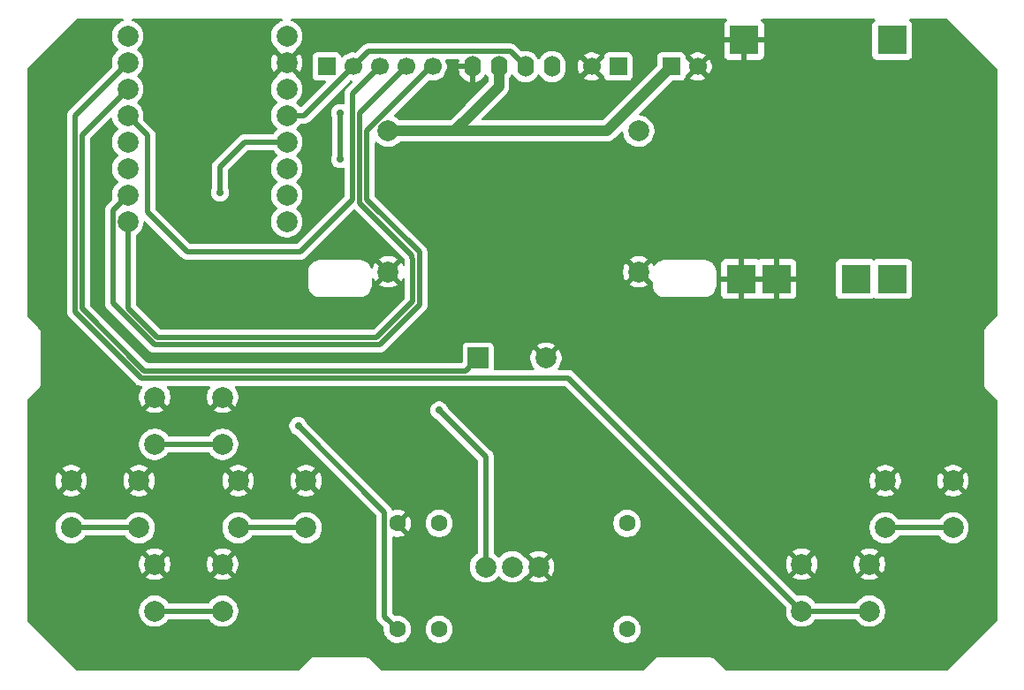
<source format=gbr>
%TF.GenerationSoftware,KiCad,Pcbnew,9.0.3+dfsg-1*%
%TF.CreationDate,2025-12-19T19:54:45+01:00*%
%TF.ProjectId,schematics,73636865-6d61-4746-9963-732e6b696361,rev?*%
%TF.SameCoordinates,Original*%
%TF.FileFunction,Copper,L2,Bot*%
%TF.FilePolarity,Positive*%
%FSLAX46Y46*%
G04 Gerber Fmt 4.6, Leading zero omitted, Abs format (unit mm)*
G04 Created by KiCad (PCBNEW 9.0.3+dfsg-1) date 2025-12-19 19:54:45*
%MOMM*%
%LPD*%
G01*
G04 APERTURE LIST*
%TA.AperFunction,ComponentPad*%
%ADD10C,1.700000*%
%TD*%
%TA.AperFunction,ComponentPad*%
%ADD11R,1.700000X1.700000*%
%TD*%
%TA.AperFunction,ComponentPad*%
%ADD12R,2.800000X2.800000*%
%TD*%
%TA.AperFunction,ComponentPad*%
%ADD13C,2.600000*%
%TD*%
%TA.AperFunction,ConnectorPad*%
%ADD14C,3.800000*%
%TD*%
%TA.AperFunction,ComponentPad*%
%ADD15C,2.000000*%
%TD*%
%TA.AperFunction,ComponentPad*%
%ADD16C,1.600000*%
%TD*%
%TA.AperFunction,ComponentPad*%
%ADD17R,2.000000X2.000000*%
%TD*%
%TA.AperFunction,ComponentPad*%
%ADD18O,1.600000X2.000000*%
%TD*%
%TA.AperFunction,ViaPad*%
%ADD19C,0.700000*%
%TD*%
%TA.AperFunction,Conductor*%
%ADD20C,1.000000*%
%TD*%
%TA.AperFunction,Conductor*%
%ADD21C,0.500000*%
%TD*%
G04 APERTURE END LIST*
D10*
%TO.P,POW1,1,-*%
%TO.N,GND*%
X117780000Y-72060000D03*
D11*
%TO.P,POW1,2,+*%
%TO.N,3.3V*%
X115240000Y-72060000D03*
%TD*%
D12*
%TO.P,BatteryCharger1,1,GND*%
%TO.N,GND*%
X122225000Y-69520000D03*
X125325000Y-92420000D03*
X121925000Y-92420000D03*
%TO.P,BatteryCharger1,2,5V*%
%TO.N,unconnected-(BatteryCharger1-5V-Pad2)*%
X136425000Y-69520000D03*
%TO.P,BatteryCharger1,3,BAT+*%
%TO.N,Net-(BAT1-+)*%
X132925000Y-92420000D03*
%TO.P,BatteryCharger1,4,OUT+*%
%TO.N,Net-(BatteryCharger1-OUT+)*%
X136425000Y-92420000D03*
%TD*%
D13*
%TO.P,H2,1,1*%
%TO.N,GND*%
X141910000Y-125400000D03*
D14*
X141910000Y-125400000D03*
%TD*%
D15*
%TO.P,RIGHT1,1,A*%
%TO.N,GND*%
X73750000Y-111750000D03*
X80250000Y-111750000D03*
%TO.P,RIGHT1,2,B*%
%TO.N,RIGHT*%
X73750000Y-116250000D03*
X80250000Y-116250000D03*
%TD*%
%TO.P,B1,1,A*%
%TO.N,GND*%
X127750000Y-119750000D03*
X134250000Y-119750000D03*
%TO.P,B1,2,B*%
%TO.N,B*%
X127750000Y-124250000D03*
X134250000Y-124250000D03*
%TD*%
%TO.P,DOWN1,1,A*%
%TO.N,GND*%
X65750000Y-119750000D03*
X72250000Y-119750000D03*
%TO.P,DOWN1,2,B*%
%TO.N,DOWN*%
X65750000Y-124250000D03*
X72250000Y-124250000D03*
%TD*%
D16*
%TO.P,R1,1*%
%TO.N,Net-(BAT1-+)*%
X93000000Y-115840000D03*
%TO.P,R1,2*%
%TO.N,BAT*%
X93000000Y-126000000D03*
%TD*%
D15*
%TO.P,UP1,1,A*%
%TO.N,GND*%
X65750000Y-103750000D03*
X72250000Y-103750000D03*
%TO.P,UP1,2,B*%
%TO.N,UP*%
X65750000Y-108250000D03*
X72250000Y-108250000D03*
%TD*%
D10*
%TO.P,BAT1,1,-*%
%TO.N,GND*%
X107620000Y-72060000D03*
D11*
%TO.P,BAT1,2,+*%
%TO.N,Net-(BAT1-+)*%
X110160000Y-72060000D03*
%TD*%
D15*
%TO.P,Regulator1,1,GND*%
%TO.N,GND*%
X88125000Y-91735000D03*
X112125000Y-91735000D03*
%TO.P,Regulator1,2,Vin+*%
%TO.N,Net-(BatteryCharger1-OUT+)*%
X112125000Y-78235000D03*
%TO.P,Regulator1,3,Vout+*%
%TO.N,3.3V*%
X88125000Y-78235000D03*
%TD*%
%TO.P,A1,1,A*%
%TO.N,GND*%
X135750000Y-111750000D03*
X142250000Y-111750000D03*
%TO.P,A1,2,B*%
%TO.N,A*%
X135750000Y-116250000D03*
X142250000Y-116250000D03*
%TD*%
%TO.P,LEFT1,1,A*%
%TO.N,GND*%
X57750000Y-111750000D03*
X64250000Y-111750000D03*
%TO.P,LEFT1,2,B*%
%TO.N,LEFT*%
X57750000Y-116250000D03*
X64250000Y-116250000D03*
%TD*%
%TO.P,TMP1,1,GND*%
%TO.N,GND*%
X102540000Y-120000000D03*
%TO.P,TMP1,2,DQ*%
%TO.N,TMP*%
X100000000Y-120000000D03*
%TO.P,TMP1,3,Vdd*%
%TO.N,3.3V*%
X97460000Y-120000000D03*
%TD*%
D13*
%TO.P,H4,1,1*%
%TO.N,GND*%
X58090000Y-72060000D03*
D14*
X58090000Y-72060000D03*
%TD*%
D17*
%TO.P,BZ1,1,+*%
%TO.N,BUZZER*%
X96750000Y-100000000D03*
D15*
%TO.P,BZ1,2,-*%
%TO.N,GND*%
X103250000Y-100000000D03*
%TD*%
D11*
%TO.P,IO1,1,WAKE*%
%TO.N,A*%
X82220000Y-72060000D03*
D10*
%TO.P,IO1,2,SCL*%
%TO.N,SCL*%
X84760000Y-72060000D03*
%TO.P,IO1,3,SDA*%
%TO.N,SDA*%
X87300000Y-72060000D03*
%TO.P,IO1,4,RXD*%
%TO.N,RXD*%
X89840000Y-72060000D03*
%TO.P,IO1,5,TXD*%
%TO.N,TXD*%
X92380000Y-72060000D03*
%TD*%
D16*
%TO.P,R3,1*%
%TO.N,TMP*%
X111000000Y-115840000D03*
%TO.P,R3,2*%
%TO.N,3.3V*%
X111000000Y-126000000D03*
%TD*%
D18*
%TO.P,128x64OLED1,1,GND*%
%TO.N,GND*%
X96190000Y-72060000D03*
%TO.P,128x64OLED1,2,Vcc*%
%TO.N,3.3V*%
X98730000Y-72060000D03*
%TO.P,128x64OLED1,3,SCL*%
%TO.N,SCL*%
X101270000Y-72060000D03*
%TO.P,128x64OLED1,4,SDA*%
%TO.N,SDA*%
X103810000Y-72060000D03*
%TD*%
D16*
%TO.P,R2,1*%
%TO.N,BAT*%
X89000000Y-126000000D03*
%TO.P,R2,2*%
%TO.N,GND*%
X89000000Y-115840000D03*
%TD*%
D13*
%TO.P,H3,1,1*%
%TO.N,GND*%
X58090000Y-125400000D03*
D14*
X58090000Y-125400000D03*
%TD*%
D15*
%TO.P,ESP32,0,GPIO0*%
%TO.N,A*%
X78410000Y-86925000D03*
%TO.P,ESP32,1,GPIO1*%
%TO.N,TMP*%
X78410000Y-84385000D03*
%TO.P,ESP32,2,GPIO2*%
%TO.N,LEFT*%
X78410000Y-81845000D03*
%TO.P,ESP32,3,GPIO3*%
%TO.N,BAT*%
X78410000Y-79305000D03*
%TO.P,ESP32,3.3,3V3*%
%TO.N,3.3V*%
X78410000Y-74225000D03*
%TO.P,ESP32,4,GPIO4*%
%TO.N,SCL*%
X78410000Y-76765000D03*
%TO.P,ESP32,5,GPIO5*%
%TO.N,RIGHT*%
X63170000Y-69145000D03*
%TO.P,ESP32,5V,5V*%
%TO.N,unconnected-(ESP32-Pad5V)*%
X78410000Y-69145000D03*
%TO.P,ESP32,6,GPIO6*%
%TO.N,B*%
X63170000Y-71685000D03*
%TO.P,ESP32,7,GPIO7*%
%TO.N,BUZZER*%
X63170000Y-74225000D03*
%TO.P,ESP32,8,GPIO8*%
%TO.N,SDA*%
X63170000Y-76765000D03*
%TO.P,ESP32,9,GPIO9*%
%TO.N,DOWN*%
X63170000Y-79305000D03*
%TO.P,ESP32,10,GPIO10*%
%TO.N,UP*%
X63170000Y-81845000D03*
%TO.P,ESP32,20,GPIO20*%
%TO.N,TXD*%
X63170000Y-84385000D03*
%TO.P,ESP32,21,GPIO21*%
%TO.N,RXD*%
X63170000Y-86925000D03*
%TO.P,ESP32,G,GND*%
%TO.N,GND*%
X78410000Y-71685000D03*
%TD*%
D13*
%TO.P,H1,1,1*%
%TO.N,GND*%
X141910000Y-72060000D03*
D14*
X141910000Y-72060000D03*
%TD*%
D19*
%TO.N,3.3V*%
X93000000Y-105000000D03*
%TO.N,BAT*%
X72000000Y-84125000D03*
X79500000Y-106500000D03*
%TO.N,A*%
X83490000Y-76505000D03*
X83490000Y-80950000D03*
%TD*%
D20*
%TO.N,3.3V*%
X115240000Y-72060000D02*
X109065000Y-78235000D01*
X98730000Y-72060000D02*
X98730000Y-73965000D01*
X109065000Y-78235000D02*
X94460000Y-78235000D01*
X94460000Y-78235000D02*
X96190000Y-76505000D01*
X98730000Y-73965000D02*
X96190000Y-76505000D01*
D21*
X97460000Y-109460000D02*
X93000000Y-105000000D01*
D20*
X88125000Y-78235000D02*
X94460000Y-78235000D01*
D21*
X97460000Y-120000000D02*
X97460000Y-109460000D01*
%TO.N,BAT*%
X72000000Y-81645000D02*
X74340000Y-79305000D01*
X87749000Y-124749000D02*
X89000000Y-126000000D01*
X79500000Y-106500000D02*
X87749000Y-114749000D01*
X72000000Y-84125000D02*
X72000000Y-81645000D01*
X87749000Y-114749000D02*
X87749000Y-124749000D01*
X74340000Y-79305000D02*
X78410000Y-79305000D01*
%TO.N,A*%
X135750000Y-116250000D02*
X142250000Y-116250000D01*
X83490000Y-76505000D02*
X83490000Y-80950000D01*
%TO.N,B*%
X127750000Y-124250000D02*
X105405000Y-101905000D01*
X58090000Y-95555000D02*
X58090000Y-76765000D01*
X127750000Y-124250000D02*
X134250000Y-124250000D01*
X64440000Y-101905000D02*
X58090000Y-95555000D01*
X58090000Y-76765000D02*
X63170000Y-71685000D01*
X105405000Y-101905000D02*
X64440000Y-101905000D01*
%TO.N,BUZZER*%
X96750000Y-100000000D02*
X95546000Y-101204000D01*
X58791000Y-95264636D02*
X58791000Y-78604000D01*
X58791000Y-78604000D02*
X63170000Y-74225000D01*
X64730364Y-101204000D02*
X58791000Y-95264636D01*
X95546000Y-101204000D02*
X64730364Y-101204000D01*
%TO.N,DOWN*%
X72250000Y-124250000D02*
X65750000Y-124250000D01*
%TO.N,RIGHT*%
X73750000Y-116250000D02*
X80250000Y-116250000D01*
%TO.N,UP*%
X65750000Y-108250000D02*
X72250000Y-108250000D01*
%TO.N,LEFT*%
X64250000Y-116250000D02*
X57750000Y-116250000D01*
%TO.N,SCL*%
X99819000Y-70609000D02*
X101270000Y-72060000D01*
X86211000Y-70609000D02*
X99819000Y-70609000D01*
X84760000Y-72060000D02*
X86211000Y-70609000D01*
X78410000Y-76765000D02*
X80055000Y-76765000D01*
X80055000Y-76765000D02*
X84760000Y-72060000D01*
%TO.N,SDA*%
X63170000Y-76765000D02*
X65075000Y-78670000D01*
X65075000Y-78670000D02*
X65075000Y-86030000D01*
X68885000Y-89840000D02*
X79680000Y-89840000D01*
X79680000Y-89840000D02*
X84694000Y-84826000D01*
X65075000Y-86030000D02*
X68885000Y-89840000D01*
X84694000Y-84826000D02*
X84694000Y-74666000D01*
X84694000Y-74666000D02*
X87300000Y-72060000D01*
%TO.N,RXD*%
X87009636Y-98029000D02*
X90475000Y-94563636D01*
X90475000Y-94563636D02*
X90475000Y-90475000D01*
X63170000Y-95198636D02*
X63170000Y-86925000D01*
X66000364Y-98029000D02*
X87009636Y-98029000D01*
X90409000Y-90130364D02*
X85395000Y-85116364D01*
X90475000Y-90475000D02*
X90409000Y-90409000D01*
X85395000Y-76505000D02*
X89840000Y-72060000D01*
X90409000Y-90409000D02*
X90409000Y-90130364D01*
X85395000Y-85116364D02*
X85395000Y-76505000D01*
X63170000Y-95198636D02*
X66000364Y-98029000D01*
%TO.N,TXD*%
X91176000Y-90184636D02*
X91176000Y-94854000D01*
X61719000Y-94739000D02*
X61719000Y-85836000D01*
X91110000Y-90118636D02*
X91176000Y-90184636D01*
X61719000Y-85836000D02*
X63170000Y-84385000D01*
X91110000Y-89840000D02*
X91110000Y-90118636D01*
X86096000Y-78211977D02*
X86096000Y-84826000D01*
X86096000Y-84826000D02*
X91110000Y-89840000D01*
X91176000Y-94854000D02*
X87300000Y-98730000D01*
X92247977Y-72060000D02*
X86096000Y-78211977D01*
X65710000Y-98730000D02*
X61719000Y-94739000D01*
X92380000Y-72060000D02*
X92247977Y-72060000D01*
X87300000Y-98730000D02*
X65710000Y-98730000D01*
%TD*%
%TA.AperFunction,Conductor*%
%TO.N,GND*%
G36*
X124584590Y-92195399D02*
G01*
X124555000Y-92344162D01*
X124555000Y-92495838D01*
X124584590Y-92644601D01*
X124595111Y-92670000D01*
X122654889Y-92670000D01*
X122665410Y-92644601D01*
X122695000Y-92495838D01*
X122695000Y-92344162D01*
X122665410Y-92195399D01*
X122654889Y-92170000D01*
X124595111Y-92170000D01*
X124584590Y-92195399D01*
G37*
%TD.AperFunction*%
%TA.AperFunction,Conductor*%
G36*
X62721217Y-67500185D02*
G01*
X62766972Y-67552989D01*
X62776916Y-67622147D01*
X62747891Y-67685703D01*
X62692497Y-67722431D01*
X62594003Y-67754433D01*
X62383566Y-67861657D01*
X62274550Y-67940862D01*
X62192490Y-68000483D01*
X62192488Y-68000485D01*
X62192487Y-68000485D01*
X62025485Y-68167487D01*
X62025485Y-68167488D01*
X62025483Y-68167490D01*
X61965862Y-68249550D01*
X61886657Y-68358566D01*
X61779433Y-68569003D01*
X61706446Y-68793631D01*
X61669500Y-69026902D01*
X61669500Y-69263097D01*
X61706446Y-69496368D01*
X61779433Y-69720996D01*
X61864192Y-69887343D01*
X61886657Y-69931433D01*
X62025483Y-70122510D01*
X62192490Y-70289517D01*
X62227127Y-70314683D01*
X62269792Y-70370013D01*
X62275771Y-70439626D01*
X62243165Y-70501421D01*
X62227130Y-70515315D01*
X62209365Y-70528222D01*
X62192488Y-70540484D01*
X62025485Y-70707487D01*
X62025485Y-70707488D01*
X62025483Y-70707490D01*
X62005859Y-70734500D01*
X61886657Y-70898566D01*
X61779433Y-71109003D01*
X61706446Y-71333631D01*
X61669500Y-71566902D01*
X61669500Y-71803097D01*
X61703511Y-72017832D01*
X61694557Y-72087125D01*
X61668719Y-72124911D01*
X57507050Y-76286580D01*
X57507044Y-76286588D01*
X57457812Y-76360268D01*
X57457813Y-76360269D01*
X57424921Y-76409496D01*
X57424914Y-76409508D01*
X57368342Y-76546086D01*
X57368340Y-76546092D01*
X57339500Y-76691079D01*
X57339500Y-76691082D01*
X57339500Y-95628918D01*
X57339500Y-95628920D01*
X57339499Y-95628920D01*
X57368340Y-95773907D01*
X57368343Y-95773917D01*
X57424913Y-95910489D01*
X57424914Y-95910491D01*
X57424916Y-95910495D01*
X57437705Y-95929636D01*
X57437764Y-95929723D01*
X57437763Y-95929723D01*
X57507046Y-96033414D01*
X57507052Y-96033421D01*
X63857049Y-102383416D01*
X63947741Y-102474108D01*
X63961585Y-102487952D01*
X64084498Y-102570080D01*
X64084511Y-102570087D01*
X64170953Y-102605892D01*
X64221087Y-102626658D01*
X64221091Y-102626658D01*
X64221092Y-102626659D01*
X64366079Y-102655500D01*
X64366082Y-102655500D01*
X64366083Y-102655500D01*
X64447735Y-102655500D01*
X64514774Y-102675185D01*
X64560529Y-102727989D01*
X64570473Y-102797147D01*
X64548053Y-102852385D01*
X64467087Y-102963825D01*
X64359897Y-103174197D01*
X64286934Y-103398752D01*
X64250000Y-103631947D01*
X64250000Y-103868052D01*
X64286934Y-104101247D01*
X64359897Y-104325802D01*
X64467087Y-104536174D01*
X64527338Y-104619104D01*
X64527340Y-104619105D01*
X65226212Y-103920233D01*
X65237482Y-103962292D01*
X65309890Y-104087708D01*
X65412292Y-104190110D01*
X65537708Y-104262518D01*
X65579765Y-104273787D01*
X64880893Y-104972658D01*
X64963828Y-105032914D01*
X65174197Y-105140102D01*
X65398752Y-105213065D01*
X65398751Y-105213065D01*
X65631948Y-105250000D01*
X65868052Y-105250000D01*
X66101247Y-105213065D01*
X66325802Y-105140102D01*
X66536163Y-105032918D01*
X66536169Y-105032914D01*
X66619104Y-104972658D01*
X66619105Y-104972658D01*
X65920233Y-104273787D01*
X65962292Y-104262518D01*
X66087708Y-104190110D01*
X66190110Y-104087708D01*
X66262518Y-103962292D01*
X66273787Y-103920234D01*
X66972658Y-104619105D01*
X66972658Y-104619104D01*
X67032914Y-104536169D01*
X67032918Y-104536163D01*
X67140102Y-104325802D01*
X67213065Y-104101247D01*
X67250000Y-103868052D01*
X67250000Y-103631947D01*
X67213065Y-103398752D01*
X67140102Y-103174197D01*
X67032912Y-102963825D01*
X66951947Y-102852385D01*
X66928467Y-102786579D01*
X66944293Y-102718525D01*
X66994398Y-102669830D01*
X67052265Y-102655500D01*
X70947735Y-102655500D01*
X71014774Y-102675185D01*
X71060529Y-102727989D01*
X71070473Y-102797147D01*
X71048053Y-102852385D01*
X70967087Y-102963825D01*
X70859897Y-103174197D01*
X70786934Y-103398752D01*
X70750000Y-103631947D01*
X70750000Y-103868052D01*
X70786934Y-104101247D01*
X70859897Y-104325802D01*
X70967087Y-104536174D01*
X71027338Y-104619104D01*
X71027340Y-104619105D01*
X71726212Y-103920233D01*
X71737482Y-103962292D01*
X71809890Y-104087708D01*
X71912292Y-104190110D01*
X72037708Y-104262518D01*
X72079765Y-104273787D01*
X71380893Y-104972658D01*
X71463828Y-105032914D01*
X71674197Y-105140102D01*
X71898752Y-105213065D01*
X71898751Y-105213065D01*
X72131948Y-105250000D01*
X72368052Y-105250000D01*
X72601247Y-105213065D01*
X72825802Y-105140102D01*
X73036163Y-105032918D01*
X73036169Y-105032914D01*
X73119104Y-104972658D01*
X73119105Y-104972658D01*
X73062675Y-104916228D01*
X92149500Y-104916228D01*
X92149500Y-105083771D01*
X92182182Y-105248074D01*
X92182184Y-105248082D01*
X92246295Y-105402860D01*
X92339373Y-105542162D01*
X92457837Y-105660626D01*
X92550494Y-105722537D01*
X92597137Y-105753703D01*
X92597138Y-105753703D01*
X92597139Y-105753704D01*
X92597141Y-105753705D01*
X92651353Y-105776160D01*
X92736864Y-105811580D01*
X92777091Y-105838459D01*
X96673181Y-109734548D01*
X96706666Y-109795871D01*
X96709500Y-109822229D01*
X96709500Y-118627368D01*
X96689815Y-118694407D01*
X96658386Y-118727686D01*
X96482488Y-118855484D01*
X96315485Y-119022487D01*
X96315485Y-119022488D01*
X96315483Y-119022490D01*
X96265126Y-119091800D01*
X96176657Y-119213566D01*
X96069433Y-119424003D01*
X95996446Y-119648631D01*
X95959500Y-119881902D01*
X95959500Y-120118097D01*
X95996446Y-120351368D01*
X96069433Y-120575996D01*
X96176519Y-120786163D01*
X96176657Y-120786433D01*
X96315483Y-120977510D01*
X96482490Y-121144517D01*
X96673567Y-121283343D01*
X96772991Y-121334002D01*
X96884003Y-121390566D01*
X96884005Y-121390566D01*
X96884008Y-121390568D01*
X97004412Y-121429689D01*
X97108631Y-121463553D01*
X97341903Y-121500500D01*
X97341908Y-121500500D01*
X97578097Y-121500500D01*
X97811368Y-121463553D01*
X97812870Y-121463065D01*
X98035992Y-121390568D01*
X98246433Y-121283343D01*
X98437510Y-121144517D01*
X98604517Y-120977510D01*
X98629682Y-120942872D01*
X98685011Y-120900207D01*
X98754625Y-120894228D01*
X98816420Y-120926833D01*
X98830315Y-120942870D01*
X98855483Y-120977510D01*
X99022490Y-121144517D01*
X99213567Y-121283343D01*
X99312991Y-121334002D01*
X99424003Y-121390566D01*
X99424005Y-121390566D01*
X99424008Y-121390568D01*
X99544412Y-121429689D01*
X99648631Y-121463553D01*
X99881903Y-121500500D01*
X99881908Y-121500500D01*
X100118097Y-121500500D01*
X100351368Y-121463553D01*
X100352870Y-121463065D01*
X100575992Y-121390568D01*
X100786433Y-121283343D01*
X100977510Y-121144517D01*
X101144517Y-120977510D01*
X101191370Y-120913022D01*
X101195713Y-120908199D01*
X101220150Y-120893142D01*
X101242877Y-120875618D01*
X101250393Y-120874509D01*
X101255199Y-120871549D01*
X101268730Y-120871806D01*
X101297594Y-120867551D01*
X101317340Y-120869105D01*
X102057037Y-120129408D01*
X102074075Y-120192993D01*
X102139901Y-120307007D01*
X102232993Y-120400099D01*
X102347007Y-120465925D01*
X102410590Y-120482962D01*
X101670893Y-121222658D01*
X101753828Y-121282914D01*
X101964197Y-121390102D01*
X102188752Y-121463065D01*
X102188751Y-121463065D01*
X102421948Y-121500000D01*
X102658052Y-121500000D01*
X102891247Y-121463065D01*
X103115802Y-121390102D01*
X103326163Y-121282918D01*
X103326169Y-121282914D01*
X103409104Y-121222658D01*
X103409105Y-121222658D01*
X102669408Y-120482962D01*
X102732993Y-120465925D01*
X102847007Y-120400099D01*
X102940099Y-120307007D01*
X103005925Y-120192993D01*
X103022962Y-120129408D01*
X103762658Y-120869105D01*
X103762658Y-120869104D01*
X103822914Y-120786169D01*
X103822918Y-120786163D01*
X103930102Y-120575802D01*
X104003065Y-120351247D01*
X104040000Y-120118052D01*
X104040000Y-119881947D01*
X104003065Y-119648752D01*
X103930102Y-119424197D01*
X103822914Y-119213828D01*
X103762658Y-119130894D01*
X103762658Y-119130893D01*
X103022962Y-119870590D01*
X103005925Y-119807007D01*
X102940099Y-119692993D01*
X102847007Y-119599901D01*
X102732993Y-119534075D01*
X102669409Y-119517037D01*
X103409105Y-118777340D01*
X103409104Y-118777338D01*
X103326174Y-118717087D01*
X103115802Y-118609897D01*
X102891247Y-118536934D01*
X102891248Y-118536934D01*
X102658052Y-118500000D01*
X102421948Y-118500000D01*
X102188752Y-118536934D01*
X101964197Y-118609897D01*
X101753830Y-118717084D01*
X101670894Y-118777340D01*
X102410591Y-119517037D01*
X102347007Y-119534075D01*
X102232993Y-119599901D01*
X102139901Y-119692993D01*
X102074075Y-119807007D01*
X102057037Y-119870590D01*
X101317340Y-119130893D01*
X101297593Y-119132448D01*
X101293860Y-119131663D01*
X101290222Y-119132808D01*
X101259936Y-119124537D01*
X101229215Y-119118084D01*
X101225429Y-119115114D01*
X101222821Y-119114402D01*
X101213431Y-119105701D01*
X101195712Y-119091800D01*
X101191370Y-119086978D01*
X101144517Y-119022490D01*
X100977510Y-118855483D01*
X100786433Y-118716657D01*
X100742765Y-118694407D01*
X100575996Y-118609433D01*
X100351368Y-118536446D01*
X100118097Y-118499500D01*
X100118092Y-118499500D01*
X99881908Y-118499500D01*
X99881903Y-118499500D01*
X99648631Y-118536446D01*
X99424003Y-118609433D01*
X99213566Y-118716657D01*
X99130047Y-118777338D01*
X99022490Y-118855483D01*
X99022488Y-118855485D01*
X99022487Y-118855485D01*
X98855484Y-119022488D01*
X98830318Y-119057127D01*
X98774987Y-119099792D01*
X98705374Y-119105771D01*
X98643579Y-119073165D01*
X98629682Y-119057127D01*
X98604517Y-119022490D01*
X98437510Y-118855483D01*
X98329953Y-118777338D01*
X98261614Y-118727686D01*
X98218949Y-118672355D01*
X98210500Y-118627368D01*
X98210500Y-115737648D01*
X109699500Y-115737648D01*
X109699500Y-115942351D01*
X109731522Y-116144534D01*
X109794781Y-116339223D01*
X109887715Y-116521613D01*
X110008028Y-116687213D01*
X110152786Y-116831971D01*
X110273226Y-116919474D01*
X110318390Y-116952287D01*
X110429595Y-117008949D01*
X110500776Y-117045218D01*
X110500778Y-117045218D01*
X110500781Y-117045220D01*
X110605137Y-117079127D01*
X110695465Y-117108477D01*
X110796557Y-117124488D01*
X110897648Y-117140500D01*
X110897649Y-117140500D01*
X111102351Y-117140500D01*
X111102352Y-117140500D01*
X111304534Y-117108477D01*
X111499219Y-117045220D01*
X111681610Y-116952287D01*
X111774590Y-116884732D01*
X111847213Y-116831971D01*
X111847215Y-116831968D01*
X111847219Y-116831966D01*
X111991966Y-116687219D01*
X111991968Y-116687215D01*
X111991971Y-116687213D01*
X112080093Y-116565921D01*
X112112287Y-116521610D01*
X112205220Y-116339219D01*
X112268477Y-116144534D01*
X112300500Y-115942352D01*
X112300500Y-115737648D01*
X112290420Y-115674008D01*
X112268477Y-115535465D01*
X112237458Y-115440000D01*
X112205220Y-115340781D01*
X112205218Y-115340778D01*
X112205218Y-115340776D01*
X112112419Y-115158650D01*
X112112287Y-115158390D01*
X112080092Y-115114077D01*
X111991971Y-114992786D01*
X111847213Y-114848028D01*
X111681613Y-114727715D01*
X111681612Y-114727714D01*
X111681610Y-114727713D01*
X111624653Y-114698691D01*
X111499223Y-114634781D01*
X111304534Y-114571522D01*
X111129995Y-114543878D01*
X111102352Y-114539500D01*
X110897648Y-114539500D01*
X110873329Y-114543351D01*
X110695465Y-114571522D01*
X110500776Y-114634781D01*
X110318386Y-114727715D01*
X110152786Y-114848028D01*
X110008028Y-114992786D01*
X109887715Y-115158386D01*
X109794781Y-115340776D01*
X109731522Y-115535465D01*
X109699500Y-115737648D01*
X98210500Y-115737648D01*
X98210500Y-109386079D01*
X98181659Y-109241092D01*
X98181658Y-109241091D01*
X98181658Y-109241087D01*
X98176034Y-109227510D01*
X98125087Y-109104511D01*
X98125080Y-109104498D01*
X98042952Y-108981585D01*
X98042951Y-108981584D01*
X97938416Y-108877049D01*
X93838459Y-104777091D01*
X93811580Y-104736864D01*
X93753703Y-104597137D01*
X93712961Y-104536163D01*
X93660626Y-104457837D01*
X93542162Y-104339373D01*
X93402860Y-104246295D01*
X93248082Y-104182184D01*
X93248074Y-104182182D01*
X93083771Y-104149500D01*
X93083767Y-104149500D01*
X92916233Y-104149500D01*
X92916228Y-104149500D01*
X92751925Y-104182182D01*
X92751917Y-104182184D01*
X92597139Y-104246295D01*
X92457837Y-104339373D01*
X92339373Y-104457837D01*
X92246295Y-104597139D01*
X92182184Y-104751917D01*
X92182182Y-104751925D01*
X92149500Y-104916228D01*
X73062675Y-104916228D01*
X72420233Y-104273787D01*
X72462292Y-104262518D01*
X72587708Y-104190110D01*
X72690110Y-104087708D01*
X72762518Y-103962292D01*
X72773787Y-103920234D01*
X73472658Y-104619105D01*
X73472658Y-104619104D01*
X73532914Y-104536169D01*
X73532918Y-104536163D01*
X73640102Y-104325802D01*
X73713065Y-104101247D01*
X73750000Y-103868052D01*
X73750000Y-103631947D01*
X73713065Y-103398752D01*
X73640102Y-103174197D01*
X73532912Y-102963825D01*
X73451947Y-102852385D01*
X73428467Y-102786579D01*
X73444293Y-102718525D01*
X73494398Y-102669830D01*
X73552265Y-102655500D01*
X105042770Y-102655500D01*
X105109809Y-102675185D01*
X105130451Y-102691819D01*
X126248719Y-123810087D01*
X126282204Y-123871410D01*
X126283511Y-123917166D01*
X126249500Y-124131902D01*
X126249500Y-124368097D01*
X126286446Y-124601368D01*
X126359433Y-124825996D01*
X126390880Y-124887713D01*
X126466657Y-125036433D01*
X126605483Y-125227510D01*
X126772490Y-125394517D01*
X126963567Y-125533343D01*
X127062991Y-125584002D01*
X127174003Y-125640566D01*
X127174005Y-125640566D01*
X127174008Y-125640568D01*
X127294412Y-125679689D01*
X127398631Y-125713553D01*
X127631903Y-125750500D01*
X127631908Y-125750500D01*
X127868097Y-125750500D01*
X128101368Y-125713553D01*
X128325992Y-125640568D01*
X128536433Y-125533343D01*
X128727510Y-125394517D01*
X128894517Y-125227510D01*
X129022313Y-125051613D01*
X129077643Y-125008949D01*
X129122631Y-125000500D01*
X132877369Y-125000500D01*
X132944408Y-125020185D01*
X132977685Y-125051613D01*
X133105483Y-125227510D01*
X133272490Y-125394517D01*
X133463567Y-125533343D01*
X133562991Y-125584002D01*
X133674003Y-125640566D01*
X133674005Y-125640566D01*
X133674008Y-125640568D01*
X133794412Y-125679689D01*
X133898631Y-125713553D01*
X134131903Y-125750500D01*
X134131908Y-125750500D01*
X134368097Y-125750500D01*
X134601368Y-125713553D01*
X134825992Y-125640568D01*
X135036433Y-125533343D01*
X135227510Y-125394517D01*
X135394517Y-125227510D01*
X135533343Y-125036433D01*
X135640568Y-124825992D01*
X135713553Y-124601368D01*
X135739407Y-124438132D01*
X135750500Y-124368097D01*
X135750500Y-124131902D01*
X135713553Y-123898631D01*
X135640566Y-123674003D01*
X135584002Y-123562991D01*
X135533343Y-123463567D01*
X135394517Y-123272490D01*
X135227510Y-123105483D01*
X135036433Y-122966657D01*
X134825996Y-122859433D01*
X134601368Y-122786446D01*
X134368097Y-122749500D01*
X134368092Y-122749500D01*
X134131908Y-122749500D01*
X134131903Y-122749500D01*
X133898631Y-122786446D01*
X133674003Y-122859433D01*
X133463566Y-122966657D01*
X133354550Y-123045862D01*
X133272490Y-123105483D01*
X133272488Y-123105485D01*
X133272487Y-123105485D01*
X133105485Y-123272487D01*
X133105485Y-123272488D01*
X133105483Y-123272490D01*
X132977687Y-123448386D01*
X132922357Y-123491051D01*
X132877369Y-123499500D01*
X129122631Y-123499500D01*
X129055592Y-123479815D01*
X129022313Y-123448386D01*
X128894517Y-123272490D01*
X128727510Y-123105483D01*
X128536433Y-122966657D01*
X128325996Y-122859433D01*
X128101368Y-122786446D01*
X127868097Y-122749500D01*
X127868092Y-122749500D01*
X127631908Y-122749500D01*
X127631903Y-122749500D01*
X127417166Y-122783511D01*
X127347872Y-122774556D01*
X127310087Y-122748719D01*
X124193315Y-119631947D01*
X126250000Y-119631947D01*
X126250000Y-119868052D01*
X126286934Y-120101247D01*
X126359897Y-120325802D01*
X126467087Y-120536174D01*
X126527338Y-120619104D01*
X126527340Y-120619105D01*
X127226212Y-119920233D01*
X127237482Y-119962292D01*
X127309890Y-120087708D01*
X127412292Y-120190110D01*
X127537708Y-120262518D01*
X127579765Y-120273787D01*
X126880893Y-120972658D01*
X126963828Y-121032914D01*
X127174197Y-121140102D01*
X127398752Y-121213065D01*
X127398751Y-121213065D01*
X127631948Y-121250000D01*
X127868052Y-121250000D01*
X128101247Y-121213065D01*
X128325802Y-121140102D01*
X128536163Y-121032918D01*
X128536169Y-121032914D01*
X128619104Y-120972658D01*
X128619105Y-120972658D01*
X127920233Y-120273787D01*
X127962292Y-120262518D01*
X128087708Y-120190110D01*
X128190110Y-120087708D01*
X128262518Y-119962292D01*
X128273787Y-119920234D01*
X128972658Y-120619105D01*
X128972658Y-120619104D01*
X129032914Y-120536169D01*
X129032918Y-120536163D01*
X129140102Y-120325802D01*
X129213065Y-120101247D01*
X129250000Y-119868052D01*
X129250000Y-119631947D01*
X132750000Y-119631947D01*
X132750000Y-119868052D01*
X132786934Y-120101247D01*
X132859897Y-120325802D01*
X132967087Y-120536174D01*
X133027338Y-120619104D01*
X133027340Y-120619105D01*
X133726212Y-119920233D01*
X133737482Y-119962292D01*
X133809890Y-120087708D01*
X133912292Y-120190110D01*
X134037708Y-120262518D01*
X134079765Y-120273787D01*
X133380893Y-120972658D01*
X133463828Y-121032914D01*
X133674197Y-121140102D01*
X133898752Y-121213065D01*
X133898751Y-121213065D01*
X134131948Y-121250000D01*
X134368052Y-121250000D01*
X134601247Y-121213065D01*
X134825802Y-121140102D01*
X135036163Y-121032918D01*
X135036169Y-121032914D01*
X135119104Y-120972658D01*
X135119105Y-120972658D01*
X134420233Y-120273787D01*
X134462292Y-120262518D01*
X134587708Y-120190110D01*
X134690110Y-120087708D01*
X134762518Y-119962292D01*
X134773787Y-119920234D01*
X135472658Y-120619105D01*
X135472658Y-120619104D01*
X135532914Y-120536169D01*
X135532918Y-120536163D01*
X135640102Y-120325802D01*
X135713065Y-120101247D01*
X135750000Y-119868052D01*
X135750000Y-119631947D01*
X135713065Y-119398752D01*
X135640102Y-119174197D01*
X135532914Y-118963828D01*
X135472658Y-118880894D01*
X135472658Y-118880893D01*
X134773787Y-119579765D01*
X134762518Y-119537708D01*
X134690110Y-119412292D01*
X134587708Y-119309890D01*
X134462292Y-119237482D01*
X134420234Y-119226212D01*
X135119105Y-118527340D01*
X135119104Y-118527338D01*
X135036174Y-118467087D01*
X134825802Y-118359897D01*
X134601247Y-118286934D01*
X134601248Y-118286934D01*
X134368052Y-118250000D01*
X134131948Y-118250000D01*
X133898752Y-118286934D01*
X133674197Y-118359897D01*
X133463830Y-118467084D01*
X133380894Y-118527340D01*
X134079766Y-119226212D01*
X134037708Y-119237482D01*
X133912292Y-119309890D01*
X133809890Y-119412292D01*
X133737482Y-119537708D01*
X133726212Y-119579766D01*
X133027340Y-118880894D01*
X132967084Y-118963830D01*
X132859897Y-119174197D01*
X132786934Y-119398752D01*
X132750000Y-119631947D01*
X129250000Y-119631947D01*
X129213065Y-119398752D01*
X129140102Y-119174197D01*
X129032914Y-118963828D01*
X128972658Y-118880894D01*
X128972658Y-118880893D01*
X128273787Y-119579765D01*
X128262518Y-119537708D01*
X128190110Y-119412292D01*
X128087708Y-119309890D01*
X127962292Y-119237482D01*
X127920234Y-119226212D01*
X128619105Y-118527340D01*
X128619104Y-118527339D01*
X128536174Y-118467087D01*
X128325802Y-118359897D01*
X128101247Y-118286934D01*
X128101248Y-118286934D01*
X127868052Y-118250000D01*
X127631948Y-118250000D01*
X127398752Y-118286934D01*
X127174197Y-118359897D01*
X126963830Y-118467084D01*
X126880894Y-118527340D01*
X127579766Y-119226212D01*
X127537708Y-119237482D01*
X127412292Y-119309890D01*
X127309890Y-119412292D01*
X127237482Y-119537708D01*
X127226212Y-119579766D01*
X126527340Y-118880894D01*
X126467084Y-118963830D01*
X126359897Y-119174197D01*
X126286934Y-119398752D01*
X126250000Y-119631947D01*
X124193315Y-119631947D01*
X120693270Y-116131902D01*
X134249500Y-116131902D01*
X134249500Y-116368097D01*
X134286446Y-116601368D01*
X134359433Y-116825996D01*
X134407063Y-116919474D01*
X134466657Y-117036433D01*
X134605483Y-117227510D01*
X134772490Y-117394517D01*
X134963567Y-117533343D01*
X135062991Y-117584002D01*
X135174003Y-117640566D01*
X135174005Y-117640566D01*
X135174008Y-117640568D01*
X135294412Y-117679689D01*
X135398631Y-117713553D01*
X135631903Y-117750500D01*
X135631908Y-117750500D01*
X135868097Y-117750500D01*
X136101368Y-117713553D01*
X136325992Y-117640568D01*
X136536433Y-117533343D01*
X136727510Y-117394517D01*
X136894517Y-117227510D01*
X137022313Y-117051613D01*
X137077643Y-117008949D01*
X137122631Y-117000500D01*
X140877369Y-117000500D01*
X140944408Y-117020185D01*
X140977685Y-117051613D01*
X141105483Y-117227510D01*
X141272490Y-117394517D01*
X141463567Y-117533343D01*
X141562991Y-117584002D01*
X141674003Y-117640566D01*
X141674005Y-117640566D01*
X141674008Y-117640568D01*
X141794412Y-117679689D01*
X141898631Y-117713553D01*
X142131903Y-117750500D01*
X142131908Y-117750500D01*
X142368097Y-117750500D01*
X142601368Y-117713553D01*
X142825992Y-117640568D01*
X143036433Y-117533343D01*
X143227510Y-117394517D01*
X143394517Y-117227510D01*
X143533343Y-117036433D01*
X143640568Y-116825992D01*
X143713553Y-116601368D01*
X143726185Y-116521613D01*
X143750500Y-116368097D01*
X143750500Y-116131902D01*
X143713553Y-115898631D01*
X143640566Y-115674003D01*
X143562056Y-115519920D01*
X143533343Y-115463567D01*
X143394517Y-115272490D01*
X143227510Y-115105483D01*
X143036433Y-114966657D01*
X142825996Y-114859433D01*
X142601368Y-114786446D01*
X142368097Y-114749500D01*
X142368092Y-114749500D01*
X142131908Y-114749500D01*
X142131903Y-114749500D01*
X141898631Y-114786446D01*
X141674003Y-114859433D01*
X141463566Y-114966657D01*
X141354550Y-115045862D01*
X141272490Y-115105483D01*
X141272488Y-115105485D01*
X141272487Y-115105485D01*
X141105485Y-115272487D01*
X141105485Y-115272488D01*
X141105483Y-115272490D01*
X140977687Y-115448386D01*
X140922357Y-115491051D01*
X140877369Y-115499500D01*
X137122631Y-115499500D01*
X137055592Y-115479815D01*
X137022313Y-115448386D01*
X136894517Y-115272490D01*
X136727510Y-115105483D01*
X136536433Y-114966657D01*
X136325996Y-114859433D01*
X136101368Y-114786446D01*
X135868097Y-114749500D01*
X135868092Y-114749500D01*
X135631908Y-114749500D01*
X135631903Y-114749500D01*
X135398631Y-114786446D01*
X135174003Y-114859433D01*
X134963566Y-114966657D01*
X134854550Y-115045862D01*
X134772490Y-115105483D01*
X134772488Y-115105485D01*
X134772487Y-115105485D01*
X134605485Y-115272487D01*
X134605485Y-115272488D01*
X134605483Y-115272490D01*
X134555870Y-115340776D01*
X134466657Y-115463566D01*
X134359433Y-115674003D01*
X134286446Y-115898631D01*
X134249500Y-116131902D01*
X120693270Y-116131902D01*
X116193315Y-111631947D01*
X134250000Y-111631947D01*
X134250000Y-111868052D01*
X134286934Y-112101247D01*
X134359897Y-112325802D01*
X134467087Y-112536174D01*
X134527338Y-112619104D01*
X134527340Y-112619105D01*
X135226212Y-111920233D01*
X135237482Y-111962292D01*
X135309890Y-112087708D01*
X135412292Y-112190110D01*
X135537708Y-112262518D01*
X135579765Y-112273787D01*
X134880893Y-112972658D01*
X134963828Y-113032914D01*
X135174197Y-113140102D01*
X135398752Y-113213065D01*
X135398751Y-113213065D01*
X135631948Y-113250000D01*
X135868052Y-113250000D01*
X136101247Y-113213065D01*
X136325802Y-113140102D01*
X136536163Y-113032918D01*
X136536169Y-113032914D01*
X136619104Y-112972658D01*
X136619105Y-112972658D01*
X135920233Y-112273787D01*
X135962292Y-112262518D01*
X136087708Y-112190110D01*
X136190110Y-112087708D01*
X136262518Y-111962292D01*
X136273787Y-111920234D01*
X136972658Y-112619105D01*
X136972658Y-112619104D01*
X137032914Y-112536169D01*
X137032918Y-112536163D01*
X137140102Y-112325802D01*
X137213065Y-112101247D01*
X137250000Y-111868052D01*
X137250000Y-111631947D01*
X140750000Y-111631947D01*
X140750000Y-111868052D01*
X140786934Y-112101247D01*
X140859897Y-112325802D01*
X140967087Y-112536174D01*
X141027338Y-112619104D01*
X141027340Y-112619105D01*
X141726212Y-111920233D01*
X141737482Y-111962292D01*
X141809890Y-112087708D01*
X141912292Y-112190110D01*
X142037708Y-112262518D01*
X142079765Y-112273787D01*
X141380893Y-112972658D01*
X141463828Y-113032914D01*
X141674197Y-113140102D01*
X141898752Y-113213065D01*
X141898751Y-113213065D01*
X142131948Y-113250000D01*
X142368052Y-113250000D01*
X142601247Y-113213065D01*
X142825802Y-113140102D01*
X143036163Y-113032918D01*
X143036169Y-113032914D01*
X143119104Y-112972658D01*
X143119105Y-112972658D01*
X142420233Y-112273787D01*
X142462292Y-112262518D01*
X142587708Y-112190110D01*
X142690110Y-112087708D01*
X142762518Y-111962292D01*
X142773787Y-111920234D01*
X143472658Y-112619105D01*
X143472658Y-112619104D01*
X143532914Y-112536169D01*
X143532918Y-112536163D01*
X143640102Y-112325802D01*
X143713065Y-112101247D01*
X143750000Y-111868052D01*
X143750000Y-111631947D01*
X143713065Y-111398752D01*
X143640102Y-111174197D01*
X143532914Y-110963828D01*
X143472658Y-110880894D01*
X143472658Y-110880893D01*
X142773787Y-111579765D01*
X142762518Y-111537708D01*
X142690110Y-111412292D01*
X142587708Y-111309890D01*
X142462292Y-111237482D01*
X142420234Y-111226212D01*
X143119105Y-110527340D01*
X143119104Y-110527338D01*
X143036174Y-110467087D01*
X142825802Y-110359897D01*
X142601247Y-110286934D01*
X142601248Y-110286934D01*
X142368052Y-110250000D01*
X142131948Y-110250000D01*
X141898752Y-110286934D01*
X141674197Y-110359897D01*
X141463830Y-110467084D01*
X141380894Y-110527340D01*
X142079766Y-111226212D01*
X142037708Y-111237482D01*
X141912292Y-111309890D01*
X141809890Y-111412292D01*
X141737482Y-111537708D01*
X141726212Y-111579765D01*
X141027340Y-110880894D01*
X140967084Y-110963830D01*
X140859897Y-111174197D01*
X140786934Y-111398752D01*
X140750000Y-111631947D01*
X137250000Y-111631947D01*
X137213065Y-111398752D01*
X137140102Y-111174197D01*
X137032914Y-110963828D01*
X136972658Y-110880894D01*
X136972658Y-110880893D01*
X136273787Y-111579765D01*
X136262518Y-111537708D01*
X136190110Y-111412292D01*
X136087708Y-111309890D01*
X135962292Y-111237482D01*
X135920234Y-111226212D01*
X136619105Y-110527340D01*
X136619104Y-110527339D01*
X136536174Y-110467087D01*
X136325802Y-110359897D01*
X136101247Y-110286934D01*
X136101248Y-110286934D01*
X135868052Y-110250000D01*
X135631948Y-110250000D01*
X135398752Y-110286934D01*
X135174197Y-110359897D01*
X134963830Y-110467084D01*
X134880894Y-110527340D01*
X135579766Y-111226212D01*
X135537708Y-111237482D01*
X135412292Y-111309890D01*
X135309890Y-111412292D01*
X135237482Y-111537708D01*
X135226212Y-111579766D01*
X134527340Y-110880894D01*
X134467084Y-110963830D01*
X134359897Y-111174197D01*
X134286934Y-111398752D01*
X134250000Y-111631947D01*
X116193315Y-111631947D01*
X115223648Y-110662280D01*
X105883421Y-101322052D01*
X105883414Y-101322046D01*
X105809729Y-101272812D01*
X105809729Y-101272813D01*
X105760491Y-101239913D01*
X105623917Y-101183343D01*
X105623907Y-101183340D01*
X105478920Y-101154500D01*
X105478918Y-101154500D01*
X104508672Y-101154500D01*
X104441633Y-101134815D01*
X104395878Y-101082011D01*
X104385934Y-101012853D01*
X104408354Y-100957615D01*
X104532912Y-100786174D01*
X104640102Y-100575802D01*
X104713065Y-100351247D01*
X104750000Y-100118052D01*
X104750000Y-99881947D01*
X104713065Y-99648752D01*
X104640102Y-99424197D01*
X104532914Y-99213828D01*
X104472658Y-99130894D01*
X104472658Y-99130893D01*
X103732962Y-99870589D01*
X103715925Y-99807007D01*
X103650099Y-99692993D01*
X103557007Y-99599901D01*
X103442993Y-99534075D01*
X103379409Y-99517037D01*
X104119105Y-98777340D01*
X104119104Y-98777338D01*
X104036174Y-98717087D01*
X103825802Y-98609897D01*
X103601247Y-98536934D01*
X103601248Y-98536934D01*
X103368052Y-98500000D01*
X103131948Y-98500000D01*
X102898752Y-98536934D01*
X102674197Y-98609897D01*
X102463830Y-98717084D01*
X102380894Y-98777340D01*
X103120591Y-99517037D01*
X103057007Y-99534075D01*
X102942993Y-99599901D01*
X102849901Y-99692993D01*
X102784075Y-99807007D01*
X102767037Y-99870591D01*
X102027340Y-99130894D01*
X101967084Y-99213830D01*
X101859897Y-99424197D01*
X101786934Y-99648752D01*
X101750000Y-99881947D01*
X101750000Y-100118052D01*
X101786934Y-100351247D01*
X101859897Y-100575802D01*
X101967087Y-100786174D01*
X102091646Y-100957615D01*
X102115126Y-101023421D01*
X102099301Y-101091475D01*
X102049195Y-101140170D01*
X101991328Y-101154500D01*
X98374500Y-101154500D01*
X98307461Y-101134815D01*
X98261706Y-101082011D01*
X98250500Y-101030500D01*
X98250499Y-98952129D01*
X98250498Y-98952123D01*
X98244091Y-98892517D01*
X98244090Y-98892514D01*
X98234922Y-98867931D01*
X98193797Y-98757671D01*
X98193793Y-98757664D01*
X98107547Y-98642455D01*
X98107544Y-98642452D01*
X97992335Y-98556206D01*
X97992328Y-98556202D01*
X97857482Y-98505908D01*
X97857483Y-98505908D01*
X97797883Y-98499501D01*
X97797881Y-98499500D01*
X97797873Y-98499500D01*
X97797864Y-98499500D01*
X95702129Y-98499500D01*
X95702123Y-98499501D01*
X95642516Y-98505908D01*
X95507671Y-98556202D01*
X95507664Y-98556206D01*
X95392455Y-98642452D01*
X95392452Y-98642455D01*
X95306206Y-98757664D01*
X95306202Y-98757671D01*
X95255908Y-98892517D01*
X95249501Y-98952116D01*
X95249501Y-98952123D01*
X95249500Y-98952135D01*
X95249500Y-100329500D01*
X95229815Y-100396539D01*
X95177011Y-100442294D01*
X95125500Y-100453500D01*
X65092593Y-100453500D01*
X65025554Y-100433815D01*
X65004912Y-100417181D01*
X59577819Y-94990087D01*
X59544334Y-94928764D01*
X59541500Y-94902406D01*
X59541500Y-78966229D01*
X59561185Y-78899190D01*
X59577819Y-78878548D01*
X60521685Y-77934682D01*
X61484261Y-76972105D01*
X61545582Y-76938622D01*
X61615274Y-76943606D01*
X61671207Y-76985478D01*
X61694413Y-77040390D01*
X61706446Y-77116368D01*
X61779433Y-77340996D01*
X61853653Y-77486659D01*
X61886657Y-77551433D01*
X62025483Y-77742510D01*
X62192490Y-77909517D01*
X62227127Y-77934683D01*
X62269792Y-77990013D01*
X62275771Y-78059626D01*
X62243165Y-78121421D01*
X62227130Y-78135315D01*
X62209365Y-78148222D01*
X62192488Y-78160484D01*
X62025485Y-78327487D01*
X62025485Y-78327488D01*
X62025483Y-78327490D01*
X61965862Y-78409550D01*
X61886657Y-78518566D01*
X61779433Y-78729003D01*
X61706446Y-78953631D01*
X61669500Y-79186902D01*
X61669500Y-79423097D01*
X61706446Y-79656368D01*
X61779433Y-79880996D01*
X61868348Y-80055500D01*
X61886657Y-80091433D01*
X62025483Y-80282510D01*
X62192490Y-80449517D01*
X62227127Y-80474683D01*
X62269792Y-80530013D01*
X62275771Y-80599626D01*
X62243165Y-80661421D01*
X62227130Y-80675315D01*
X62209365Y-80688222D01*
X62192488Y-80700484D01*
X62025485Y-80867487D01*
X62025485Y-80867488D01*
X62025483Y-80867490D01*
X61965862Y-80949550D01*
X61886657Y-81058566D01*
X61779433Y-81269003D01*
X61706446Y-81493631D01*
X61669500Y-81726902D01*
X61669500Y-81963097D01*
X61706446Y-82196368D01*
X61779433Y-82420996D01*
X61886657Y-82631433D01*
X62025483Y-82822510D01*
X62192490Y-82989517D01*
X62227127Y-83014683D01*
X62269792Y-83070013D01*
X62275771Y-83139626D01*
X62243165Y-83201421D01*
X62227130Y-83215315D01*
X62209365Y-83228222D01*
X62192488Y-83240484D01*
X62025485Y-83407487D01*
X62025485Y-83407488D01*
X62025483Y-83407490D01*
X61965862Y-83489550D01*
X61886657Y-83598566D01*
X61779433Y-83809003D01*
X61706446Y-84033631D01*
X61669500Y-84266902D01*
X61669500Y-84503097D01*
X61703511Y-84717832D01*
X61694557Y-84787125D01*
X61668719Y-84824911D01*
X61136050Y-85357581D01*
X61136047Y-85357584D01*
X61091336Y-85424499D01*
X61091337Y-85424500D01*
X61053914Y-85480508D01*
X60997343Y-85617082D01*
X60997340Y-85617092D01*
X60968500Y-85762079D01*
X60968500Y-85762082D01*
X60968500Y-94812918D01*
X60968500Y-94812920D01*
X60968499Y-94812920D01*
X60997340Y-94957907D01*
X60997343Y-94957917D01*
X61053912Y-95094488D01*
X61053916Y-95094495D01*
X61074109Y-95124716D01*
X61074110Y-95124719D01*
X61136046Y-95217414D01*
X61136052Y-95217421D01*
X64418133Y-98499500D01*
X65127048Y-99208415D01*
X65127049Y-99208416D01*
X65231583Y-99312950D01*
X65231585Y-99312952D01*
X65354498Y-99395080D01*
X65354511Y-99395087D01*
X65491082Y-99451656D01*
X65491087Y-99451658D01*
X65491091Y-99451658D01*
X65491092Y-99451659D01*
X65636079Y-99480500D01*
X65636082Y-99480500D01*
X87373920Y-99480500D01*
X87471462Y-99461096D01*
X87518913Y-99451658D01*
X87655495Y-99395084D01*
X87704729Y-99362186D01*
X87778416Y-99312952D01*
X91758952Y-95332416D01*
X91835791Y-95217416D01*
X91841084Y-95209495D01*
X91897658Y-95072913D01*
X91920533Y-94957917D01*
X91926500Y-94927920D01*
X91926500Y-91616947D01*
X110625000Y-91616947D01*
X110625000Y-91853052D01*
X110661934Y-92086247D01*
X110734897Y-92310802D01*
X110842087Y-92521174D01*
X110902338Y-92604104D01*
X110902340Y-92604105D01*
X111642037Y-91864408D01*
X111659075Y-91927993D01*
X111724901Y-92042007D01*
X111817993Y-92135099D01*
X111932007Y-92200925D01*
X111995590Y-92217962D01*
X111255893Y-92957658D01*
X111338828Y-93017914D01*
X111549197Y-93125102D01*
X111773752Y-93198065D01*
X111773751Y-93198065D01*
X112006948Y-93235000D01*
X112243052Y-93235000D01*
X112476247Y-93198065D01*
X112700802Y-93125102D01*
X112911163Y-93017918D01*
X112911169Y-93017914D01*
X112994104Y-92957658D01*
X112994105Y-92957658D01*
X112254408Y-92217962D01*
X112317993Y-92200925D01*
X112432007Y-92135099D01*
X112525099Y-92042007D01*
X112590925Y-91927993D01*
X112607962Y-91864409D01*
X113352003Y-92608450D01*
X113404147Y-92619404D01*
X113453904Y-92668454D01*
X113469500Y-92728658D01*
X113469500Y-93114345D01*
X113504001Y-93310011D01*
X113563375Y-93473138D01*
X113571957Y-93496716D01*
X113671300Y-93668784D01*
X113799014Y-93820986D01*
X113951216Y-93948700D01*
X114123284Y-94048043D01*
X114309988Y-94115998D01*
X114505657Y-94150500D01*
X114505659Y-94150500D01*
X118514341Y-94150500D01*
X118514343Y-94150500D01*
X118710012Y-94115998D01*
X118896716Y-94048043D01*
X119068784Y-93948700D01*
X119220986Y-93820986D01*
X119348700Y-93668784D01*
X119448043Y-93496716D01*
X119515998Y-93310012D01*
X119550500Y-93114343D01*
X119550500Y-93015000D01*
X119550500Y-92949108D01*
X119550500Y-91679108D01*
X119550500Y-91645657D01*
X119515998Y-91449988D01*
X119448043Y-91263284D01*
X119348700Y-91091216D01*
X119348697Y-91091213D01*
X119348697Y-91091212D01*
X119312908Y-91048560D01*
X119312905Y-91048558D01*
X119248802Y-90972164D01*
X119248794Y-90972155D01*
X120025000Y-90972155D01*
X120025000Y-92170000D01*
X121195111Y-92170000D01*
X121184590Y-92195399D01*
X121155000Y-92344162D01*
X121155000Y-92495838D01*
X121184590Y-92644601D01*
X121195111Y-92670000D01*
X120025000Y-92670000D01*
X120025000Y-93867844D01*
X120031401Y-93927372D01*
X120031403Y-93927379D01*
X120081645Y-94062086D01*
X120081649Y-94062093D01*
X120167809Y-94177187D01*
X120167812Y-94177190D01*
X120282906Y-94263350D01*
X120282913Y-94263354D01*
X120417620Y-94313596D01*
X120417627Y-94313598D01*
X120477155Y-94319999D01*
X120477172Y-94320000D01*
X121675000Y-94320000D01*
X121675000Y-93149889D01*
X121700399Y-93160410D01*
X121849162Y-93190000D01*
X122000838Y-93190000D01*
X122149601Y-93160410D01*
X122175000Y-93149889D01*
X122175000Y-94320000D01*
X123372828Y-94320000D01*
X123372844Y-94319999D01*
X123432372Y-94313598D01*
X123432376Y-94313597D01*
X123575398Y-94260253D01*
X123576015Y-94261909D01*
X123633840Y-94249327D01*
X123674251Y-94261193D01*
X123674602Y-94260253D01*
X123817623Y-94313597D01*
X123817627Y-94313598D01*
X123877155Y-94319999D01*
X123877172Y-94320000D01*
X125075000Y-94320000D01*
X125075000Y-93149889D01*
X125100399Y-93160410D01*
X125249162Y-93190000D01*
X125400838Y-93190000D01*
X125549601Y-93160410D01*
X125575000Y-93149889D01*
X125575000Y-94320000D01*
X126772828Y-94320000D01*
X126772844Y-94319999D01*
X126832372Y-94313598D01*
X126832379Y-94313596D01*
X126967086Y-94263354D01*
X126967093Y-94263350D01*
X127082187Y-94177190D01*
X127082190Y-94177187D01*
X127168350Y-94062093D01*
X127168354Y-94062086D01*
X127218596Y-93927379D01*
X127218598Y-93927372D01*
X127224999Y-93867844D01*
X127225000Y-93867827D01*
X127225000Y-92670000D01*
X126054889Y-92670000D01*
X126065410Y-92644601D01*
X126095000Y-92495838D01*
X126095000Y-92344162D01*
X126065410Y-92195399D01*
X126054889Y-92170000D01*
X127225000Y-92170000D01*
X127225000Y-90972164D01*
X127224997Y-90972135D01*
X131024500Y-90972135D01*
X131024500Y-93867870D01*
X131024501Y-93867876D01*
X131030908Y-93927483D01*
X131081202Y-94062328D01*
X131081206Y-94062335D01*
X131167452Y-94177544D01*
X131167455Y-94177547D01*
X131282664Y-94263793D01*
X131282671Y-94263797D01*
X131417517Y-94314091D01*
X131417516Y-94314091D01*
X131424444Y-94314835D01*
X131477127Y-94320500D01*
X134372872Y-94320499D01*
X134432483Y-94314091D01*
X134433810Y-94313596D01*
X134567329Y-94263797D01*
X134567329Y-94263796D01*
X134567331Y-94263796D01*
X134600689Y-94238823D01*
X134666151Y-94214406D01*
X134734425Y-94229257D01*
X134749305Y-94238820D01*
X134782669Y-94263796D01*
X134782670Y-94263796D01*
X134782670Y-94263797D01*
X134917517Y-94314091D01*
X134917516Y-94314091D01*
X134924444Y-94314835D01*
X134977127Y-94320500D01*
X137872872Y-94320499D01*
X137932483Y-94314091D01*
X138067331Y-94263796D01*
X138182546Y-94177546D01*
X138268796Y-94062331D01*
X138319091Y-93927483D01*
X138325500Y-93867873D01*
X138325499Y-90972128D01*
X138319091Y-90912517D01*
X138301701Y-90865893D01*
X138268797Y-90777671D01*
X138268793Y-90777664D01*
X138182547Y-90662455D01*
X138182544Y-90662452D01*
X138067335Y-90576206D01*
X138067328Y-90576202D01*
X137932482Y-90525908D01*
X137932483Y-90525908D01*
X137872883Y-90519501D01*
X137872881Y-90519500D01*
X137872873Y-90519500D01*
X137872864Y-90519500D01*
X134977129Y-90519500D01*
X134977123Y-90519501D01*
X134917516Y-90525908D01*
X134782671Y-90576202D01*
X134782669Y-90576203D01*
X134749310Y-90601176D01*
X134683845Y-90625592D01*
X134615572Y-90610740D01*
X134600690Y-90601176D01*
X134567330Y-90576203D01*
X134567328Y-90576202D01*
X134432482Y-90525908D01*
X134432483Y-90525908D01*
X134372883Y-90519501D01*
X134372881Y-90519500D01*
X134372873Y-90519500D01*
X134372864Y-90519500D01*
X131477129Y-90519500D01*
X131477123Y-90519501D01*
X131417516Y-90525908D01*
X131282671Y-90576202D01*
X131282664Y-90576206D01*
X131167455Y-90662452D01*
X131167452Y-90662455D01*
X131081206Y-90777664D01*
X131081202Y-90777671D01*
X131030908Y-90912517D01*
X131024501Y-90972116D01*
X131024501Y-90972123D01*
X131024500Y-90972135D01*
X127224997Y-90972135D01*
X127218598Y-90912627D01*
X127218596Y-90912620D01*
X127168354Y-90777913D01*
X127168350Y-90777906D01*
X127082190Y-90662812D01*
X127082187Y-90662809D01*
X126967093Y-90576649D01*
X126967086Y-90576645D01*
X126832379Y-90526403D01*
X126832372Y-90526401D01*
X126772844Y-90520000D01*
X125575000Y-90520000D01*
X125575000Y-91690110D01*
X125549601Y-91679590D01*
X125400838Y-91650000D01*
X125249162Y-91650000D01*
X125100399Y-91679590D01*
X125075000Y-91690110D01*
X125075000Y-90520000D01*
X123877155Y-90520000D01*
X123817627Y-90526401D01*
X123817620Y-90526403D01*
X123674601Y-90579746D01*
X123673983Y-90578091D01*
X123616145Y-90590669D01*
X123575748Y-90578807D01*
X123575399Y-90579746D01*
X123432379Y-90526403D01*
X123432372Y-90526401D01*
X123372844Y-90520000D01*
X122175000Y-90520000D01*
X122175000Y-91690110D01*
X122149601Y-91679590D01*
X122000838Y-91650000D01*
X121849162Y-91650000D01*
X121700399Y-91679590D01*
X121675000Y-91690110D01*
X121675000Y-90520000D01*
X120477155Y-90520000D01*
X120417627Y-90526401D01*
X120417620Y-90526403D01*
X120282913Y-90576645D01*
X120282906Y-90576649D01*
X120167812Y-90662809D01*
X120167809Y-90662812D01*
X120081649Y-90777906D01*
X120081645Y-90777913D01*
X120031403Y-90912620D01*
X120031401Y-90912627D01*
X120025000Y-90972155D01*
X119248794Y-90972155D01*
X119220986Y-90939014D01*
X119220984Y-90939012D01*
X119220983Y-90939011D01*
X119068786Y-90811302D01*
X119068784Y-90811300D01*
X118906525Y-90717620D01*
X118896720Y-90711959D01*
X118896717Y-90711958D01*
X118896716Y-90711957D01*
X118849666Y-90694832D01*
X118710011Y-90644001D01*
X118514345Y-90609500D01*
X118514343Y-90609500D01*
X118480892Y-90609500D01*
X114670892Y-90609500D01*
X114605000Y-90609500D01*
X114505657Y-90609500D01*
X114505654Y-90609500D01*
X114309988Y-90644001D01*
X114123286Y-90711956D01*
X114123279Y-90711959D01*
X113951219Y-90811298D01*
X113951213Y-90811302D01*
X113799014Y-90939014D01*
X113672986Y-91089206D01*
X113614814Y-91127908D01*
X113544953Y-91129016D01*
X113485584Y-91092179D01*
X113467512Y-91065795D01*
X113407914Y-90948828D01*
X113347658Y-90865894D01*
X113347658Y-90865893D01*
X112607962Y-91605590D01*
X112590925Y-91542007D01*
X112525099Y-91427993D01*
X112432007Y-91334901D01*
X112317993Y-91269075D01*
X112254409Y-91252037D01*
X112994105Y-90512340D01*
X112994104Y-90512338D01*
X112911174Y-90452087D01*
X112700802Y-90344897D01*
X112476247Y-90271934D01*
X112476248Y-90271934D01*
X112243052Y-90235000D01*
X112006948Y-90235000D01*
X111773752Y-90271934D01*
X111549197Y-90344897D01*
X111338830Y-90452084D01*
X111255894Y-90512340D01*
X111995591Y-91252037D01*
X111932007Y-91269075D01*
X111817993Y-91334901D01*
X111724901Y-91427993D01*
X111659075Y-91542007D01*
X111642037Y-91605591D01*
X110902340Y-90865894D01*
X110842084Y-90948830D01*
X110734897Y-91159197D01*
X110661934Y-91383752D01*
X110625000Y-91616947D01*
X91926500Y-91616947D01*
X91926500Y-90110715D01*
X91897659Y-89965728D01*
X91897658Y-89965727D01*
X91897658Y-89965723D01*
X91869939Y-89898802D01*
X91860500Y-89851350D01*
X91860500Y-89766079D01*
X91831659Y-89621092D01*
X91831658Y-89621091D01*
X91831658Y-89621087D01*
X91775084Y-89484505D01*
X91724437Y-89408706D01*
X91708694Y-89385145D01*
X91692954Y-89361586D01*
X86882819Y-84551451D01*
X86849334Y-84490128D01*
X86846500Y-84463770D01*
X86846500Y-79377889D01*
X86866185Y-79310850D01*
X86918989Y-79265095D01*
X86988147Y-79255151D01*
X87051703Y-79284176D01*
X87058181Y-79290208D01*
X87147490Y-79379517D01*
X87338567Y-79518343D01*
X87437991Y-79569002D01*
X87549003Y-79625566D01*
X87549005Y-79625566D01*
X87549008Y-79625568D01*
X87669412Y-79664689D01*
X87773631Y-79698553D01*
X88006903Y-79735500D01*
X88006908Y-79735500D01*
X88243097Y-79735500D01*
X88476368Y-79698553D01*
X88700992Y-79625568D01*
X88911433Y-79518343D01*
X89102510Y-79379517D01*
X89210208Y-79271819D01*
X89271531Y-79238334D01*
X89297889Y-79235500D01*
X109163543Y-79235500D01*
X109209019Y-79226453D01*
X109279118Y-79212510D01*
X109356836Y-79197051D01*
X109410165Y-79174961D01*
X109538914Y-79121632D01*
X109702782Y-79012139D01*
X109842139Y-78872782D01*
X109842139Y-78872780D01*
X109852347Y-78862573D01*
X109852349Y-78862570D01*
X110416502Y-78298416D01*
X110477823Y-78264933D01*
X110547515Y-78269917D01*
X110603448Y-78311789D01*
X110626654Y-78366701D01*
X110661446Y-78586368D01*
X110734433Y-78810996D01*
X110813529Y-78966229D01*
X110841657Y-79021433D01*
X110980483Y-79212510D01*
X111147490Y-79379517D01*
X111338567Y-79518343D01*
X111437991Y-79569002D01*
X111549003Y-79625566D01*
X111549005Y-79625566D01*
X111549008Y-79625568D01*
X111669412Y-79664689D01*
X111773631Y-79698553D01*
X112006903Y-79735500D01*
X112006908Y-79735500D01*
X112243097Y-79735500D01*
X112476368Y-79698553D01*
X112700992Y-79625568D01*
X112911433Y-79518343D01*
X113102510Y-79379517D01*
X113269517Y-79212510D01*
X113408343Y-79021433D01*
X113515568Y-78810992D01*
X113588553Y-78586368D01*
X113601696Y-78503386D01*
X113625500Y-78353097D01*
X113625500Y-78116902D01*
X113588553Y-77883631D01*
X113542700Y-77742511D01*
X113515568Y-77659008D01*
X113515566Y-77659005D01*
X113515566Y-77659003D01*
X113408342Y-77448566D01*
X113394911Y-77430080D01*
X113269517Y-77257490D01*
X113102510Y-77090483D01*
X112911433Y-76951657D01*
X112889067Y-76940261D01*
X112700996Y-76844433D01*
X112476368Y-76771446D01*
X112256701Y-76736654D01*
X112193566Y-76706724D01*
X112156635Y-76647413D01*
X112157633Y-76577550D01*
X112188416Y-76526502D01*
X115268102Y-73446818D01*
X115329425Y-73413333D01*
X115355783Y-73410499D01*
X116137871Y-73410499D01*
X116137872Y-73410499D01*
X116197483Y-73404091D01*
X116332331Y-73353796D01*
X116447546Y-73267546D01*
X116533796Y-73152331D01*
X116584091Y-73017483D01*
X116590500Y-72957873D01*
X116590499Y-72933979D01*
X116593330Y-72920963D01*
X116603940Y-72901525D01*
X116610179Y-72880275D01*
X116626803Y-72859643D01*
X116626808Y-72859636D01*
X116626811Y-72859634D01*
X116626818Y-72859626D01*
X117297037Y-72189408D01*
X117314075Y-72252993D01*
X117379901Y-72367007D01*
X117472993Y-72460099D01*
X117587007Y-72525925D01*
X117650590Y-72542962D01*
X117018282Y-73175269D01*
X117018282Y-73175270D01*
X117072449Y-73214624D01*
X117261782Y-73311095D01*
X117463870Y-73376757D01*
X117673754Y-73410000D01*
X117886246Y-73410000D01*
X118096127Y-73376757D01*
X118096130Y-73376757D01*
X118298217Y-73311095D01*
X118487554Y-73214622D01*
X118541716Y-73175270D01*
X118541717Y-73175270D01*
X117909408Y-72542962D01*
X117972993Y-72525925D01*
X118087007Y-72460099D01*
X118180099Y-72367007D01*
X118245925Y-72252993D01*
X118262962Y-72189408D01*
X118895270Y-72821717D01*
X118895270Y-72821716D01*
X118934622Y-72767554D01*
X119031095Y-72578217D01*
X119096757Y-72376130D01*
X119096757Y-72376127D01*
X119130000Y-72166246D01*
X119130000Y-71953753D01*
X119096757Y-71743872D01*
X119096757Y-71743869D01*
X119031095Y-71541782D01*
X118934624Y-71352449D01*
X118895270Y-71298282D01*
X118895269Y-71298282D01*
X118262962Y-71930590D01*
X118245925Y-71867007D01*
X118180099Y-71752993D01*
X118087007Y-71659901D01*
X117972993Y-71594075D01*
X117909409Y-71577037D01*
X118541716Y-70944728D01*
X118487550Y-70905375D01*
X118298217Y-70808904D01*
X118096129Y-70743242D01*
X117886246Y-70710000D01*
X117673754Y-70710000D01*
X117463872Y-70743242D01*
X117463869Y-70743242D01*
X117261782Y-70808904D01*
X117072439Y-70905380D01*
X117018282Y-70944727D01*
X117018282Y-70944728D01*
X117650591Y-71577037D01*
X117587007Y-71594075D01*
X117472993Y-71659901D01*
X117379901Y-71752993D01*
X117314075Y-71867007D01*
X117297037Y-71930591D01*
X116626818Y-71260372D01*
X116593333Y-71199049D01*
X116593330Y-71199036D01*
X116590499Y-71186015D01*
X116590499Y-71162128D01*
X116584091Y-71102517D01*
X116533876Y-70967883D01*
X116533798Y-70967673D01*
X116533793Y-70967664D01*
X116447547Y-70852455D01*
X116447544Y-70852452D01*
X116332335Y-70766206D01*
X116332328Y-70766202D01*
X116197482Y-70715908D01*
X116197483Y-70715908D01*
X116137883Y-70709501D01*
X116137881Y-70709500D01*
X116137873Y-70709500D01*
X116137864Y-70709500D01*
X114342129Y-70709500D01*
X114342123Y-70709501D01*
X114282516Y-70715908D01*
X114147671Y-70766202D01*
X114147664Y-70766206D01*
X114032455Y-70852452D01*
X114032452Y-70852455D01*
X113946206Y-70967664D01*
X113946202Y-70967671D01*
X113895908Y-71102517D01*
X113889501Y-71162116D01*
X113889501Y-71162123D01*
X113889500Y-71162135D01*
X113889500Y-71944216D01*
X113869815Y-72011255D01*
X113853181Y-72031897D01*
X112531286Y-73353793D01*
X109972317Y-75912763D01*
X108686899Y-77198181D01*
X108625576Y-77231666D01*
X108599218Y-77234500D01*
X97174781Y-77234500D01*
X97107742Y-77214815D01*
X97061987Y-77162011D01*
X97052043Y-77092853D01*
X97081068Y-77029297D01*
X97087100Y-77022819D01*
X97583419Y-76526500D01*
X99507139Y-74602782D01*
X99514288Y-74592083D01*
X99616632Y-74438914D01*
X99692051Y-74256835D01*
X99730500Y-74063541D01*
X99730500Y-73135761D01*
X99750185Y-73068722D01*
X99754165Y-73062899D01*
X99842287Y-72941610D01*
X99889516Y-72848917D01*
X99937489Y-72798123D01*
X100005310Y-72781328D01*
X100071445Y-72803865D01*
X100110483Y-72848917D01*
X100137289Y-72901525D01*
X100157715Y-72941614D01*
X100278028Y-73107213D01*
X100422786Y-73251971D01*
X100562935Y-73353793D01*
X100588390Y-73372287D01*
X100702017Y-73430183D01*
X100770776Y-73465218D01*
X100770778Y-73465218D01*
X100770781Y-73465220D01*
X100858507Y-73493724D01*
X100965465Y-73528477D01*
X101066557Y-73544488D01*
X101167648Y-73560500D01*
X101167649Y-73560500D01*
X101372351Y-73560500D01*
X101372352Y-73560500D01*
X101574534Y-73528477D01*
X101769219Y-73465220D01*
X101951610Y-73372287D01*
X102044590Y-73304732D01*
X102117213Y-73251971D01*
X102117215Y-73251968D01*
X102117219Y-73251966D01*
X102261966Y-73107219D01*
X102261968Y-73107215D01*
X102261971Y-73107213D01*
X102370472Y-72957872D01*
X102382287Y-72941610D01*
X102429516Y-72848917D01*
X102477489Y-72798123D01*
X102545310Y-72781328D01*
X102611445Y-72803865D01*
X102650483Y-72848917D01*
X102677289Y-72901525D01*
X102697715Y-72941614D01*
X102818028Y-73107213D01*
X102962786Y-73251971D01*
X103102935Y-73353793D01*
X103128390Y-73372287D01*
X103242017Y-73430183D01*
X103310776Y-73465218D01*
X103310778Y-73465218D01*
X103310781Y-73465220D01*
X103398507Y-73493724D01*
X103505465Y-73528477D01*
X103606557Y-73544488D01*
X103707648Y-73560500D01*
X103707649Y-73560500D01*
X103912351Y-73560500D01*
X103912352Y-73560500D01*
X104114534Y-73528477D01*
X104309219Y-73465220D01*
X104491610Y-73372287D01*
X104584590Y-73304732D01*
X104657213Y-73251971D01*
X104657215Y-73251968D01*
X104657219Y-73251966D01*
X104801966Y-73107219D01*
X104810501Y-73095472D01*
X104839813Y-73055127D01*
X104839813Y-73055126D01*
X104852654Y-73037452D01*
X104922287Y-72941610D01*
X105015220Y-72759219D01*
X105078477Y-72564534D01*
X105110500Y-72362352D01*
X105110500Y-71953753D01*
X106270000Y-71953753D01*
X106270000Y-72166246D01*
X106303242Y-72376127D01*
X106303242Y-72376130D01*
X106368904Y-72578217D01*
X106465375Y-72767550D01*
X106504728Y-72821716D01*
X107137037Y-72189408D01*
X107154075Y-72252993D01*
X107219901Y-72367007D01*
X107312993Y-72460099D01*
X107427007Y-72525925D01*
X107490590Y-72542962D01*
X106858282Y-73175269D01*
X106858282Y-73175270D01*
X106912449Y-73214624D01*
X107101782Y-73311095D01*
X107303870Y-73376757D01*
X107513754Y-73410000D01*
X107726246Y-73410000D01*
X107936127Y-73376757D01*
X107936130Y-73376757D01*
X108138217Y-73311095D01*
X108327554Y-73214622D01*
X108381716Y-73175270D01*
X108381717Y-73175270D01*
X107749408Y-72542962D01*
X107812993Y-72525925D01*
X107927007Y-72460099D01*
X108020099Y-72367007D01*
X108085925Y-72252993D01*
X108102962Y-72189409D01*
X108773181Y-72859628D01*
X108806666Y-72920951D01*
X108809500Y-72947300D01*
X108809500Y-72957865D01*
X108809501Y-72957876D01*
X108815908Y-73017483D01*
X108866202Y-73152328D01*
X108866206Y-73152335D01*
X108952452Y-73267544D01*
X108952455Y-73267547D01*
X109067664Y-73353793D01*
X109067671Y-73353797D01*
X109202517Y-73404091D01*
X109202516Y-73404091D01*
X109206144Y-73404481D01*
X109262127Y-73410500D01*
X111057872Y-73410499D01*
X111117483Y-73404091D01*
X111252331Y-73353796D01*
X111367546Y-73267546D01*
X111453796Y-73152331D01*
X111504091Y-73017483D01*
X111510500Y-72957873D01*
X111510499Y-71162128D01*
X111504091Y-71102517D01*
X111490050Y-71064872D01*
X111453797Y-70967671D01*
X111453793Y-70967664D01*
X111367547Y-70852455D01*
X111367544Y-70852452D01*
X111252335Y-70766206D01*
X111252328Y-70766202D01*
X111117482Y-70715908D01*
X111117483Y-70715908D01*
X111057883Y-70709501D01*
X111057881Y-70709500D01*
X111057873Y-70709500D01*
X111057864Y-70709500D01*
X109262129Y-70709500D01*
X109262123Y-70709501D01*
X109202516Y-70715908D01*
X109067671Y-70766202D01*
X109067664Y-70766206D01*
X108952455Y-70852452D01*
X108952452Y-70852455D01*
X108866206Y-70967664D01*
X108866202Y-70967671D01*
X108815908Y-71102517D01*
X108809501Y-71162116D01*
X108809501Y-71162123D01*
X108809500Y-71162135D01*
X108809500Y-71172690D01*
X108789815Y-71239729D01*
X108773181Y-71260371D01*
X108102962Y-71930590D01*
X108085925Y-71867007D01*
X108020099Y-71752993D01*
X107927007Y-71659901D01*
X107812993Y-71594075D01*
X107749409Y-71577037D01*
X108381716Y-70944728D01*
X108327550Y-70905375D01*
X108138217Y-70808904D01*
X107936129Y-70743242D01*
X107726246Y-70710000D01*
X107513754Y-70710000D01*
X107303872Y-70743242D01*
X107303869Y-70743242D01*
X107101782Y-70808904D01*
X106912439Y-70905380D01*
X106858282Y-70944727D01*
X106858282Y-70944728D01*
X107490591Y-71577037D01*
X107427007Y-71594075D01*
X107312993Y-71659901D01*
X107219901Y-71752993D01*
X107154075Y-71867007D01*
X107137037Y-71930591D01*
X106504728Y-71298282D01*
X106504727Y-71298282D01*
X106465380Y-71352439D01*
X106368904Y-71541782D01*
X106303242Y-71743869D01*
X106303242Y-71743872D01*
X106270000Y-71953753D01*
X105110500Y-71953753D01*
X105110500Y-71757648D01*
X105084592Y-71594075D01*
X105078477Y-71555465D01*
X105034624Y-71420500D01*
X105015220Y-71360781D01*
X105015218Y-71360778D01*
X105015218Y-71360776D01*
X104972810Y-71277547D01*
X104922287Y-71178390D01*
X104915088Y-71168482D01*
X104839813Y-71064872D01*
X104801971Y-71012787D01*
X104801967Y-71012782D01*
X104657213Y-70868028D01*
X104491613Y-70747715D01*
X104491612Y-70747714D01*
X104491610Y-70747713D01*
X104412664Y-70707488D01*
X104309223Y-70654781D01*
X104114534Y-70591522D01*
X103934109Y-70562946D01*
X103912352Y-70559500D01*
X103707648Y-70559500D01*
X103685891Y-70562946D01*
X103505465Y-70591522D01*
X103310776Y-70654781D01*
X103128386Y-70747715D01*
X102962786Y-70868028D01*
X102818028Y-71012786D01*
X102697715Y-71178386D01*
X102650485Y-71271080D01*
X102602510Y-71321876D01*
X102534689Y-71338671D01*
X102468554Y-71316134D01*
X102429515Y-71271080D01*
X102392813Y-71199049D01*
X102382287Y-71178390D01*
X102374556Y-71167749D01*
X102261971Y-71012786D01*
X102117213Y-70868028D01*
X101951613Y-70747715D01*
X101951612Y-70747714D01*
X101951610Y-70747713D01*
X101872664Y-70707488D01*
X101769223Y-70654781D01*
X101574534Y-70591522D01*
X101394109Y-70562946D01*
X101372352Y-70559500D01*
X101167648Y-70559500D01*
X101100254Y-70570174D01*
X100965464Y-70591523D01*
X100960302Y-70593200D01*
X100890461Y-70595188D01*
X100834314Y-70562946D01*
X100297421Y-70026052D01*
X100297414Y-70026046D01*
X100223729Y-69976812D01*
X100223729Y-69976813D01*
X100174491Y-69943913D01*
X100037917Y-69887343D01*
X100037907Y-69887340D01*
X99892920Y-69858500D01*
X99892918Y-69858500D01*
X86137082Y-69858500D01*
X86137080Y-69858500D01*
X85992092Y-69887340D01*
X85992086Y-69887342D01*
X85855508Y-69943914D01*
X85855496Y-69943921D01*
X85806270Y-69976811D01*
X85806271Y-69976812D01*
X85732581Y-70026049D01*
X85068806Y-70689824D01*
X85007483Y-70723309D01*
X84961726Y-70724616D01*
X84866291Y-70709500D01*
X84866287Y-70709500D01*
X84653713Y-70709500D01*
X84605042Y-70717208D01*
X84443760Y-70742753D01*
X84241585Y-70808444D01*
X84052179Y-70904951D01*
X83880215Y-71029889D01*
X83766673Y-71143431D01*
X83705350Y-71176915D01*
X83635658Y-71171931D01*
X83579725Y-71130059D01*
X83562810Y-71099082D01*
X83513797Y-70967671D01*
X83513793Y-70967664D01*
X83427547Y-70852455D01*
X83427544Y-70852452D01*
X83312335Y-70766206D01*
X83312328Y-70766202D01*
X83177482Y-70715908D01*
X83177483Y-70715908D01*
X83117883Y-70709501D01*
X83117881Y-70709500D01*
X83117873Y-70709500D01*
X83117864Y-70709500D01*
X81322129Y-70709500D01*
X81322123Y-70709501D01*
X81262516Y-70715908D01*
X81127671Y-70766202D01*
X81127664Y-70766206D01*
X81012455Y-70852452D01*
X81012452Y-70852455D01*
X80926206Y-70967664D01*
X80926202Y-70967671D01*
X80875908Y-71102517D01*
X80869501Y-71162116D01*
X80869501Y-71162123D01*
X80869500Y-71162135D01*
X80869500Y-72957870D01*
X80869501Y-72957876D01*
X80875908Y-73017483D01*
X80926202Y-73152328D01*
X80926206Y-73152335D01*
X81012452Y-73267544D01*
X81012455Y-73267547D01*
X81127664Y-73353793D01*
X81127671Y-73353797D01*
X81262517Y-73404091D01*
X81262516Y-73404091D01*
X81266144Y-73404481D01*
X81322127Y-73410500D01*
X82048769Y-73410499D01*
X82115808Y-73430183D01*
X82161563Y-73482987D01*
X82171507Y-73552146D01*
X82142482Y-73615702D01*
X82136450Y-73622180D01*
X79832497Y-75926134D01*
X79771174Y-75959619D01*
X79701482Y-75954635D01*
X79645549Y-75912763D01*
X79644498Y-75911338D01*
X79554519Y-75787493D01*
X79554514Y-75787487D01*
X79387512Y-75620485D01*
X79387506Y-75620480D01*
X79352873Y-75595318D01*
X79310207Y-75539989D01*
X79304228Y-75470375D01*
X79336833Y-75408580D01*
X79352873Y-75394682D01*
X79353630Y-75394132D01*
X79387510Y-75369517D01*
X79554517Y-75202510D01*
X79693343Y-75011433D01*
X79800568Y-74800992D01*
X79873553Y-74576368D01*
X79876489Y-74557833D01*
X79910500Y-74343097D01*
X79910500Y-74106902D01*
X79873553Y-73873631D01*
X79800566Y-73649003D01*
X79693342Y-73438566D01*
X79690324Y-73434412D01*
X79554517Y-73247490D01*
X79387510Y-73080483D01*
X79328282Y-73037451D01*
X79285617Y-72982122D01*
X79277550Y-72927404D01*
X79279104Y-72907657D01*
X78539408Y-72167962D01*
X78602993Y-72150925D01*
X78717007Y-72085099D01*
X78810099Y-71992007D01*
X78875925Y-71877993D01*
X78892962Y-71814409D01*
X79632658Y-72554105D01*
X79632658Y-72554104D01*
X79692914Y-72471169D01*
X79692918Y-72471163D01*
X79800102Y-72260802D01*
X79873065Y-72036247D01*
X79910000Y-71803052D01*
X79910000Y-71566947D01*
X79873065Y-71333752D01*
X79800102Y-71109197D01*
X79692914Y-70898828D01*
X79632658Y-70815894D01*
X79632658Y-70815893D01*
X78892962Y-71555590D01*
X78875925Y-71492007D01*
X78810099Y-71377993D01*
X78717007Y-71284901D01*
X78602993Y-71219075D01*
X78539409Y-71202037D01*
X79279105Y-70462340D01*
X79277551Y-70442594D01*
X79291915Y-70374216D01*
X79328284Y-70332547D01*
X79387510Y-70289517D01*
X79554517Y-70122510D01*
X79693343Y-69931433D01*
X79800568Y-69720992D01*
X79873553Y-69496368D01*
X79881822Y-69444162D01*
X79910500Y-69263097D01*
X79910500Y-69026902D01*
X79873553Y-68793631D01*
X79800566Y-68569003D01*
X79693342Y-68358566D01*
X79554517Y-68167490D01*
X79387510Y-68000483D01*
X79196433Y-67861657D01*
X78985996Y-67754433D01*
X78887503Y-67722431D01*
X78829828Y-67682993D01*
X78802630Y-67618634D01*
X78814545Y-67549788D01*
X78861789Y-67498312D01*
X78925822Y-67480500D01*
X120472373Y-67480500D01*
X120539412Y-67500185D01*
X120585167Y-67552989D01*
X120595111Y-67622147D01*
X120566086Y-67685703D01*
X120546684Y-67703766D01*
X120467812Y-67762809D01*
X120467809Y-67762812D01*
X120381649Y-67877906D01*
X120381645Y-67877913D01*
X120331403Y-68012620D01*
X120331401Y-68012627D01*
X120325000Y-68072155D01*
X120325000Y-69270000D01*
X121495111Y-69270000D01*
X121484590Y-69295399D01*
X121455000Y-69444162D01*
X121455000Y-69595838D01*
X121484590Y-69744601D01*
X121495111Y-69770000D01*
X120325000Y-69770000D01*
X120325000Y-70967844D01*
X120331401Y-71027372D01*
X120331403Y-71027379D01*
X120381645Y-71162086D01*
X120381649Y-71162093D01*
X120467809Y-71277187D01*
X120467812Y-71277190D01*
X120582906Y-71363350D01*
X120582913Y-71363354D01*
X120717620Y-71413596D01*
X120717627Y-71413598D01*
X120777155Y-71419999D01*
X120777172Y-71420000D01*
X121975000Y-71420000D01*
X121975000Y-70249889D01*
X122000399Y-70260410D01*
X122149162Y-70290000D01*
X122300838Y-70290000D01*
X122449601Y-70260410D01*
X122475000Y-70249889D01*
X122475000Y-71420000D01*
X123672828Y-71420000D01*
X123672844Y-71419999D01*
X123732372Y-71413598D01*
X123732379Y-71413596D01*
X123867086Y-71363354D01*
X123867093Y-71363350D01*
X123982187Y-71277190D01*
X123982190Y-71277187D01*
X124068350Y-71162093D01*
X124068354Y-71162086D01*
X124118596Y-71027379D01*
X124118598Y-71027372D01*
X124124999Y-70967844D01*
X124125000Y-70967827D01*
X124125000Y-69770000D01*
X122954889Y-69770000D01*
X122965410Y-69744601D01*
X122995000Y-69595838D01*
X122995000Y-69444162D01*
X122965410Y-69295399D01*
X122954889Y-69270000D01*
X124125000Y-69270000D01*
X124125000Y-68072172D01*
X124124999Y-68072155D01*
X124118598Y-68012627D01*
X124118596Y-68012620D01*
X124068354Y-67877913D01*
X124068350Y-67877906D01*
X123982190Y-67762812D01*
X123982187Y-67762809D01*
X123903316Y-67703766D01*
X123861445Y-67647833D01*
X123856461Y-67578141D01*
X123889947Y-67516818D01*
X123951270Y-67483334D01*
X123977627Y-67480500D01*
X134671539Y-67480500D01*
X134738578Y-67500185D01*
X134784333Y-67552989D01*
X134794277Y-67622147D01*
X134765252Y-67685703D01*
X134745850Y-67703766D01*
X134667455Y-67762452D01*
X134667452Y-67762455D01*
X134581206Y-67877664D01*
X134581202Y-67877671D01*
X134530908Y-68012517D01*
X134524501Y-68072116D01*
X134524501Y-68072123D01*
X134524500Y-68072135D01*
X134524500Y-70967870D01*
X134524501Y-70967876D01*
X134530908Y-71027483D01*
X134581202Y-71162328D01*
X134581206Y-71162335D01*
X134667452Y-71277544D01*
X134667455Y-71277547D01*
X134782664Y-71363793D01*
X134782671Y-71363797D01*
X134917517Y-71414091D01*
X134917516Y-71414091D01*
X134924444Y-71414835D01*
X134977127Y-71420500D01*
X137872872Y-71420499D01*
X137932483Y-71414091D01*
X138067331Y-71363796D01*
X138182546Y-71277546D01*
X138268796Y-71162331D01*
X138319091Y-71027483D01*
X138325500Y-70967873D01*
X138325499Y-68072128D01*
X138319091Y-68012517D01*
X138314603Y-68000485D01*
X138268797Y-67877671D01*
X138268793Y-67877664D01*
X138182547Y-67762455D01*
X138182544Y-67762452D01*
X138104150Y-67703766D01*
X138062279Y-67647832D01*
X138057295Y-67578141D01*
X138090781Y-67516818D01*
X138152104Y-67483334D01*
X138178461Y-67480500D01*
X141651324Y-67480500D01*
X141718363Y-67500185D01*
X141739005Y-67516819D01*
X146453181Y-72230995D01*
X146486666Y-72292318D01*
X146489500Y-72318676D01*
X146489500Y-95931323D01*
X146469815Y-95998362D01*
X146453181Y-96019004D01*
X145395244Y-97076940D01*
X145395245Y-97076941D01*
X145319500Y-97152686D01*
X145253608Y-97266812D01*
X145219500Y-97394108D01*
X145219500Y-102474108D01*
X145219500Y-102605892D01*
X145232792Y-102655500D01*
X145253608Y-102733187D01*
X145284435Y-102786579D01*
X145319500Y-102847314D01*
X145319501Y-102847315D01*
X145319502Y-102847316D01*
X146453181Y-103980994D01*
X146486666Y-104042317D01*
X146489500Y-104068675D01*
X146489500Y-125141324D01*
X146469815Y-125208363D01*
X146453181Y-125229005D01*
X141739005Y-129943181D01*
X141677682Y-129976666D01*
X141651324Y-129979500D01*
X120578675Y-129979500D01*
X120511636Y-129959815D01*
X120490994Y-129943181D01*
X119357316Y-128809502D01*
X119357315Y-128809501D01*
X119357314Y-128809500D01*
X119300250Y-128776554D01*
X119243187Y-128743608D01*
X119179539Y-128726554D01*
X119115892Y-128709500D01*
X114035892Y-128709500D01*
X113904107Y-128709500D01*
X113776812Y-128743608D01*
X113662686Y-128809500D01*
X113662683Y-128809502D01*
X112529005Y-129943181D01*
X112467682Y-129976666D01*
X112441324Y-129979500D01*
X87558675Y-129979500D01*
X87491636Y-129959815D01*
X87470994Y-129943181D01*
X86337316Y-128809502D01*
X86337315Y-128809501D01*
X86337314Y-128809500D01*
X86280250Y-128776554D01*
X86223187Y-128743608D01*
X86159539Y-128726554D01*
X86095892Y-128709500D01*
X81015892Y-128709500D01*
X80884107Y-128709500D01*
X80756812Y-128743608D01*
X80642686Y-128809500D01*
X80642683Y-128809502D01*
X79509005Y-129943181D01*
X79447682Y-129976666D01*
X79421324Y-129979500D01*
X58348676Y-129979500D01*
X58281637Y-129959815D01*
X58260995Y-129943181D01*
X53546819Y-125229005D01*
X53513334Y-125167682D01*
X53510500Y-125141324D01*
X53510500Y-124131902D01*
X64249500Y-124131902D01*
X64249500Y-124368097D01*
X64286446Y-124601368D01*
X64359433Y-124825996D01*
X64390880Y-124887713D01*
X64466657Y-125036433D01*
X64605483Y-125227510D01*
X64772490Y-125394517D01*
X64963567Y-125533343D01*
X65062991Y-125584002D01*
X65174003Y-125640566D01*
X65174005Y-125640566D01*
X65174008Y-125640568D01*
X65294412Y-125679689D01*
X65398631Y-125713553D01*
X65631903Y-125750500D01*
X65631908Y-125750500D01*
X65868097Y-125750500D01*
X66101368Y-125713553D01*
X66325992Y-125640568D01*
X66536433Y-125533343D01*
X66727510Y-125394517D01*
X66894517Y-125227510D01*
X67022313Y-125051613D01*
X67077643Y-125008949D01*
X67122631Y-125000500D01*
X70877369Y-125000500D01*
X70944408Y-125020185D01*
X70977685Y-125051613D01*
X71105483Y-125227510D01*
X71272490Y-125394517D01*
X71463567Y-125533343D01*
X71562991Y-125584002D01*
X71674003Y-125640566D01*
X71674005Y-125640566D01*
X71674008Y-125640568D01*
X71794412Y-125679689D01*
X71898631Y-125713553D01*
X72131903Y-125750500D01*
X72131908Y-125750500D01*
X72368097Y-125750500D01*
X72601368Y-125713553D01*
X72825992Y-125640568D01*
X73036433Y-125533343D01*
X73227510Y-125394517D01*
X73394517Y-125227510D01*
X73533343Y-125036433D01*
X73640568Y-124825992D01*
X73713553Y-124601368D01*
X73739407Y-124438132D01*
X73750500Y-124368097D01*
X73750500Y-124131902D01*
X73713553Y-123898631D01*
X73640566Y-123674003D01*
X73584002Y-123562991D01*
X73533343Y-123463567D01*
X73394517Y-123272490D01*
X73227510Y-123105483D01*
X73036433Y-122966657D01*
X72825996Y-122859433D01*
X72601368Y-122786446D01*
X72368097Y-122749500D01*
X72368092Y-122749500D01*
X72131908Y-122749500D01*
X72131903Y-122749500D01*
X71898631Y-122786446D01*
X71674003Y-122859433D01*
X71463566Y-122966657D01*
X71354550Y-123045862D01*
X71272490Y-123105483D01*
X71272488Y-123105485D01*
X71272487Y-123105485D01*
X71105485Y-123272487D01*
X71105485Y-123272488D01*
X71105483Y-123272490D01*
X70977687Y-123448386D01*
X70922357Y-123491051D01*
X70877369Y-123499500D01*
X67122631Y-123499500D01*
X67055592Y-123479815D01*
X67022313Y-123448386D01*
X66894517Y-123272490D01*
X66727510Y-123105483D01*
X66536433Y-122966657D01*
X66325996Y-122859433D01*
X66101368Y-122786446D01*
X65868097Y-122749500D01*
X65868092Y-122749500D01*
X65631908Y-122749500D01*
X65631903Y-122749500D01*
X65398631Y-122786446D01*
X65174003Y-122859433D01*
X64963566Y-122966657D01*
X64854550Y-123045862D01*
X64772490Y-123105483D01*
X64772488Y-123105485D01*
X64772487Y-123105485D01*
X64605485Y-123272487D01*
X64605485Y-123272488D01*
X64605483Y-123272490D01*
X64545862Y-123354550D01*
X64466657Y-123463566D01*
X64359433Y-123674003D01*
X64286446Y-123898631D01*
X64249500Y-124131902D01*
X53510500Y-124131902D01*
X53510500Y-119631947D01*
X64250000Y-119631947D01*
X64250000Y-119868052D01*
X64286934Y-120101247D01*
X64359897Y-120325802D01*
X64467087Y-120536174D01*
X64527338Y-120619104D01*
X64527340Y-120619105D01*
X65226212Y-119920233D01*
X65237482Y-119962292D01*
X65309890Y-120087708D01*
X65412292Y-120190110D01*
X65537708Y-120262518D01*
X65579765Y-120273787D01*
X64880893Y-120972658D01*
X64963828Y-121032914D01*
X65174197Y-121140102D01*
X65398752Y-121213065D01*
X65398751Y-121213065D01*
X65631948Y-121250000D01*
X65868052Y-121250000D01*
X66101247Y-121213065D01*
X66325802Y-121140102D01*
X66536163Y-121032918D01*
X66536169Y-121032914D01*
X66619104Y-120972658D01*
X66619105Y-120972658D01*
X65920233Y-120273787D01*
X65962292Y-120262518D01*
X66087708Y-120190110D01*
X66190110Y-120087708D01*
X66262518Y-119962292D01*
X66273787Y-119920234D01*
X66972658Y-120619105D01*
X66972658Y-120619104D01*
X67032914Y-120536169D01*
X67032918Y-120536163D01*
X67140102Y-120325802D01*
X67213065Y-120101247D01*
X67250000Y-119868052D01*
X67250000Y-119631947D01*
X70750000Y-119631947D01*
X70750000Y-119868052D01*
X70786934Y-120101247D01*
X70859897Y-120325802D01*
X70967087Y-120536174D01*
X71027338Y-120619104D01*
X71027340Y-120619105D01*
X71726212Y-119920233D01*
X71737482Y-119962292D01*
X71809890Y-120087708D01*
X71912292Y-120190110D01*
X72037708Y-120262518D01*
X72079765Y-120273787D01*
X71380893Y-120972658D01*
X71463828Y-121032914D01*
X71674197Y-121140102D01*
X71898752Y-121213065D01*
X71898751Y-121213065D01*
X72131948Y-121250000D01*
X72368052Y-121250000D01*
X72601247Y-121213065D01*
X72825802Y-121140102D01*
X73036163Y-121032918D01*
X73036169Y-121032914D01*
X73119104Y-120972658D01*
X73119105Y-120972658D01*
X72420233Y-120273787D01*
X72462292Y-120262518D01*
X72587708Y-120190110D01*
X72690110Y-120087708D01*
X72762518Y-119962292D01*
X72773787Y-119920234D01*
X73472658Y-120619105D01*
X73472658Y-120619104D01*
X73532914Y-120536169D01*
X73532918Y-120536163D01*
X73640102Y-120325802D01*
X73713065Y-120101247D01*
X73750000Y-119868052D01*
X73750000Y-119631947D01*
X73713065Y-119398752D01*
X73640102Y-119174197D01*
X73532914Y-118963828D01*
X73472658Y-118880894D01*
X73472658Y-118880893D01*
X72773787Y-119579765D01*
X72762518Y-119537708D01*
X72690110Y-119412292D01*
X72587708Y-119309890D01*
X72462292Y-119237482D01*
X72420234Y-119226212D01*
X73119105Y-118527340D01*
X73119104Y-118527338D01*
X73036174Y-118467087D01*
X72825802Y-118359897D01*
X72601247Y-118286934D01*
X72601248Y-118286934D01*
X72368052Y-118250000D01*
X72131948Y-118250000D01*
X71898752Y-118286934D01*
X71674197Y-118359897D01*
X71463830Y-118467084D01*
X71380894Y-118527340D01*
X72079766Y-119226212D01*
X72037708Y-119237482D01*
X71912292Y-119309890D01*
X71809890Y-119412292D01*
X71737482Y-119537708D01*
X71726212Y-119579766D01*
X71027340Y-118880894D01*
X70967084Y-118963830D01*
X70859897Y-119174197D01*
X70786934Y-119398752D01*
X70750000Y-119631947D01*
X67250000Y-119631947D01*
X67213065Y-119398752D01*
X67140102Y-119174197D01*
X67032914Y-118963828D01*
X66972658Y-118880894D01*
X66972658Y-118880893D01*
X66273787Y-119579765D01*
X66262518Y-119537708D01*
X66190110Y-119412292D01*
X66087708Y-119309890D01*
X65962292Y-119237482D01*
X65920234Y-119226212D01*
X66619105Y-118527340D01*
X66619104Y-118527339D01*
X66536174Y-118467087D01*
X66325802Y-118359897D01*
X66101247Y-118286934D01*
X66101248Y-118286934D01*
X65868052Y-118250000D01*
X65631948Y-118250000D01*
X65398752Y-118286934D01*
X65174197Y-118359897D01*
X64963830Y-118467084D01*
X64880894Y-118527340D01*
X65579766Y-119226212D01*
X65537708Y-119237482D01*
X65412292Y-119309890D01*
X65309890Y-119412292D01*
X65237482Y-119537708D01*
X65226212Y-119579766D01*
X64527340Y-118880894D01*
X64467084Y-118963830D01*
X64359897Y-119174197D01*
X64286934Y-119398752D01*
X64250000Y-119631947D01*
X53510500Y-119631947D01*
X53510500Y-116131902D01*
X56249500Y-116131902D01*
X56249500Y-116368097D01*
X56286446Y-116601368D01*
X56359433Y-116825996D01*
X56407063Y-116919474D01*
X56466657Y-117036433D01*
X56605483Y-117227510D01*
X56772490Y-117394517D01*
X56963567Y-117533343D01*
X57062991Y-117584002D01*
X57174003Y-117640566D01*
X57174005Y-117640566D01*
X57174008Y-117640568D01*
X57294412Y-117679689D01*
X57398631Y-117713553D01*
X57631903Y-117750500D01*
X57631908Y-117750500D01*
X57868097Y-117750500D01*
X58101368Y-117713553D01*
X58325992Y-117640568D01*
X58536433Y-117533343D01*
X58727510Y-117394517D01*
X58894517Y-117227510D01*
X59022313Y-117051613D01*
X59077643Y-117008949D01*
X59122631Y-117000500D01*
X62877369Y-117000500D01*
X62944408Y-117020185D01*
X62977685Y-117051613D01*
X63105483Y-117227510D01*
X63272490Y-117394517D01*
X63463567Y-117533343D01*
X63562991Y-117584002D01*
X63674003Y-117640566D01*
X63674005Y-117640566D01*
X63674008Y-117640568D01*
X63794412Y-117679689D01*
X63898631Y-117713553D01*
X64131903Y-117750500D01*
X64131908Y-117750500D01*
X64368097Y-117750500D01*
X64601368Y-117713553D01*
X64825992Y-117640568D01*
X65036433Y-117533343D01*
X65227510Y-117394517D01*
X65394517Y-117227510D01*
X65533343Y-117036433D01*
X65640568Y-116825992D01*
X65713553Y-116601368D01*
X65726185Y-116521613D01*
X65750500Y-116368097D01*
X65750500Y-116131902D01*
X72249500Y-116131902D01*
X72249500Y-116368097D01*
X72286446Y-116601368D01*
X72359433Y-116825996D01*
X72407063Y-116919474D01*
X72466657Y-117036433D01*
X72605483Y-117227510D01*
X72772490Y-117394517D01*
X72963567Y-117533343D01*
X73062991Y-117584002D01*
X73174003Y-117640566D01*
X73174005Y-117640566D01*
X73174008Y-117640568D01*
X73294412Y-117679689D01*
X73398631Y-117713553D01*
X73631903Y-117750500D01*
X73631908Y-117750500D01*
X73868097Y-117750500D01*
X74101368Y-117713553D01*
X74325992Y-117640568D01*
X74536433Y-117533343D01*
X74727510Y-117394517D01*
X74894517Y-117227510D01*
X75022313Y-117051613D01*
X75077643Y-117008949D01*
X75122631Y-117000500D01*
X78877369Y-117000500D01*
X78944408Y-117020185D01*
X78977685Y-117051613D01*
X79105483Y-117227510D01*
X79272490Y-117394517D01*
X79463567Y-117533343D01*
X79562991Y-117584002D01*
X79674003Y-117640566D01*
X79674005Y-117640566D01*
X79674008Y-117640568D01*
X79794412Y-117679689D01*
X79898631Y-117713553D01*
X80131903Y-117750500D01*
X80131908Y-117750500D01*
X80368097Y-117750500D01*
X80601368Y-117713553D01*
X80825992Y-117640568D01*
X81036433Y-117533343D01*
X81227510Y-117394517D01*
X81394517Y-117227510D01*
X81533343Y-117036433D01*
X81640568Y-116825992D01*
X81713553Y-116601368D01*
X81726185Y-116521613D01*
X81750500Y-116368097D01*
X81750500Y-116131902D01*
X81713553Y-115898631D01*
X81640566Y-115674003D01*
X81562056Y-115519920D01*
X81533343Y-115463567D01*
X81394517Y-115272490D01*
X81227510Y-115105483D01*
X81036433Y-114966657D01*
X80825996Y-114859433D01*
X80601368Y-114786446D01*
X80368097Y-114749500D01*
X80368092Y-114749500D01*
X80131908Y-114749500D01*
X80131903Y-114749500D01*
X79898631Y-114786446D01*
X79674003Y-114859433D01*
X79463566Y-114966657D01*
X79354550Y-115045862D01*
X79272490Y-115105483D01*
X79272488Y-115105485D01*
X79272487Y-115105485D01*
X79105485Y-115272487D01*
X79105485Y-115272488D01*
X79105483Y-115272490D01*
X78977687Y-115448386D01*
X78922357Y-115491051D01*
X78877369Y-115499500D01*
X75122631Y-115499500D01*
X75055592Y-115479815D01*
X75022313Y-115448386D01*
X74894517Y-115272490D01*
X74727510Y-115105483D01*
X74536433Y-114966657D01*
X74325996Y-114859433D01*
X74101368Y-114786446D01*
X73868097Y-114749500D01*
X73868092Y-114749500D01*
X73631908Y-114749500D01*
X73631903Y-114749500D01*
X73398631Y-114786446D01*
X73174003Y-114859433D01*
X72963566Y-114966657D01*
X72854550Y-115045862D01*
X72772490Y-115105483D01*
X72772488Y-115105485D01*
X72772487Y-115105485D01*
X72605485Y-115272487D01*
X72605485Y-115272488D01*
X72605483Y-115272490D01*
X72555870Y-115340776D01*
X72466657Y-115463566D01*
X72359433Y-115674003D01*
X72286446Y-115898631D01*
X72249500Y-116131902D01*
X65750500Y-116131902D01*
X65713553Y-115898631D01*
X65640566Y-115674003D01*
X65562056Y-115519920D01*
X65533343Y-115463567D01*
X65394517Y-115272490D01*
X65227510Y-115105483D01*
X65036433Y-114966657D01*
X64825996Y-114859433D01*
X64601368Y-114786446D01*
X64368097Y-114749500D01*
X64368092Y-114749500D01*
X64131908Y-114749500D01*
X64131903Y-114749500D01*
X63898631Y-114786446D01*
X63674003Y-114859433D01*
X63463566Y-114966657D01*
X63354550Y-115045862D01*
X63272490Y-115105483D01*
X63272488Y-115105485D01*
X63272487Y-115105485D01*
X63105485Y-115272487D01*
X63105485Y-115272488D01*
X63105483Y-115272490D01*
X62977687Y-115448386D01*
X62922357Y-115491051D01*
X62877369Y-115499500D01*
X59122631Y-115499500D01*
X59055592Y-115479815D01*
X59022313Y-115448386D01*
X58894517Y-115272490D01*
X58727510Y-115105483D01*
X58536433Y-114966657D01*
X58325996Y-114859433D01*
X58101368Y-114786446D01*
X57868097Y-114749500D01*
X57868092Y-114749500D01*
X57631908Y-114749500D01*
X57631903Y-114749500D01*
X57398631Y-114786446D01*
X57174003Y-114859433D01*
X56963566Y-114966657D01*
X56854550Y-115045862D01*
X56772490Y-115105483D01*
X56772488Y-115105485D01*
X56772487Y-115105485D01*
X56605485Y-115272487D01*
X56605485Y-115272488D01*
X56605483Y-115272490D01*
X56555870Y-115340776D01*
X56466657Y-115463566D01*
X56359433Y-115674003D01*
X56286446Y-115898631D01*
X56249500Y-116131902D01*
X53510500Y-116131902D01*
X53510500Y-111631947D01*
X56250000Y-111631947D01*
X56250000Y-111868052D01*
X56286934Y-112101247D01*
X56359897Y-112325802D01*
X56467087Y-112536174D01*
X56527338Y-112619104D01*
X56527340Y-112619105D01*
X57226212Y-111920233D01*
X57237482Y-111962292D01*
X57309890Y-112087708D01*
X57412292Y-112190110D01*
X57537708Y-112262518D01*
X57579765Y-112273787D01*
X56880893Y-112972658D01*
X56963828Y-113032914D01*
X57174197Y-113140102D01*
X57398752Y-113213065D01*
X57398751Y-113213065D01*
X57631948Y-113250000D01*
X57868052Y-113250000D01*
X58101247Y-113213065D01*
X58325802Y-113140102D01*
X58536163Y-113032918D01*
X58536169Y-113032914D01*
X58619104Y-112972658D01*
X58619105Y-112972658D01*
X57920233Y-112273787D01*
X57962292Y-112262518D01*
X58087708Y-112190110D01*
X58190110Y-112087708D01*
X58262518Y-111962292D01*
X58273787Y-111920233D01*
X58972658Y-112619105D01*
X58972658Y-112619104D01*
X59032914Y-112536169D01*
X59032918Y-112536163D01*
X59140102Y-112325802D01*
X59213065Y-112101247D01*
X59250000Y-111868052D01*
X59250000Y-111631947D01*
X62750000Y-111631947D01*
X62750000Y-111868052D01*
X62786934Y-112101247D01*
X62859897Y-112325802D01*
X62967087Y-112536174D01*
X63027338Y-112619104D01*
X63027340Y-112619105D01*
X63726212Y-111920233D01*
X63737482Y-111962292D01*
X63809890Y-112087708D01*
X63912292Y-112190110D01*
X64037708Y-112262518D01*
X64079765Y-112273787D01*
X63380893Y-112972658D01*
X63463828Y-113032914D01*
X63674197Y-113140102D01*
X63898752Y-113213065D01*
X63898751Y-113213065D01*
X64131948Y-113250000D01*
X64368052Y-113250000D01*
X64601247Y-113213065D01*
X64825802Y-113140102D01*
X65036163Y-113032918D01*
X65036169Y-113032914D01*
X65119104Y-112972658D01*
X65119105Y-112972658D01*
X64420233Y-112273787D01*
X64462292Y-112262518D01*
X64587708Y-112190110D01*
X64690110Y-112087708D01*
X64762518Y-111962292D01*
X64773787Y-111920233D01*
X65472658Y-112619105D01*
X65472658Y-112619104D01*
X65532914Y-112536169D01*
X65532918Y-112536163D01*
X65640102Y-112325802D01*
X65713065Y-112101247D01*
X65750000Y-111868052D01*
X65750000Y-111631947D01*
X72250000Y-111631947D01*
X72250000Y-111868052D01*
X72286934Y-112101247D01*
X72359897Y-112325802D01*
X72467087Y-112536174D01*
X72527338Y-112619104D01*
X72527340Y-112619105D01*
X73226212Y-111920233D01*
X73237482Y-111962292D01*
X73309890Y-112087708D01*
X73412292Y-112190110D01*
X73537708Y-112262518D01*
X73579765Y-112273787D01*
X72880893Y-112972658D01*
X72963828Y-113032914D01*
X73174197Y-113140102D01*
X73398752Y-113213065D01*
X73398751Y-113213065D01*
X73631948Y-113250000D01*
X73868052Y-113250000D01*
X74101247Y-113213065D01*
X74325802Y-113140102D01*
X74536163Y-113032918D01*
X74536169Y-113032914D01*
X74619104Y-112972658D01*
X74619105Y-112972658D01*
X73920233Y-112273787D01*
X73962292Y-112262518D01*
X74087708Y-112190110D01*
X74190110Y-112087708D01*
X74262518Y-111962292D01*
X74273787Y-111920234D01*
X74972658Y-112619105D01*
X74972658Y-112619104D01*
X75032914Y-112536169D01*
X75032918Y-112536163D01*
X75140102Y-112325802D01*
X75213065Y-112101247D01*
X75250000Y-111868052D01*
X75250000Y-111631947D01*
X78750000Y-111631947D01*
X78750000Y-111868052D01*
X78786934Y-112101247D01*
X78859897Y-112325802D01*
X78967087Y-112536174D01*
X79027338Y-112619104D01*
X79027340Y-112619105D01*
X79726212Y-111920233D01*
X79737482Y-111962292D01*
X79809890Y-112087708D01*
X79912292Y-112190110D01*
X80037708Y-112262518D01*
X80079765Y-112273787D01*
X79380893Y-112972658D01*
X79463828Y-113032914D01*
X79674197Y-113140102D01*
X79898752Y-113213065D01*
X79898751Y-113213065D01*
X80131948Y-113250000D01*
X80368052Y-113250000D01*
X80601247Y-113213065D01*
X80825802Y-113140102D01*
X81036163Y-113032918D01*
X81036169Y-113032914D01*
X81119104Y-112972658D01*
X81119105Y-112972658D01*
X80420233Y-112273787D01*
X80462292Y-112262518D01*
X80587708Y-112190110D01*
X80690110Y-112087708D01*
X80762518Y-111962292D01*
X80773787Y-111920234D01*
X81472658Y-112619105D01*
X81472658Y-112619104D01*
X81532914Y-112536169D01*
X81532918Y-112536163D01*
X81640102Y-112325802D01*
X81713065Y-112101247D01*
X81750000Y-111868052D01*
X81750000Y-111631947D01*
X81713065Y-111398752D01*
X81640102Y-111174197D01*
X81532914Y-110963828D01*
X81472658Y-110880894D01*
X81472658Y-110880893D01*
X80773787Y-111579765D01*
X80762518Y-111537708D01*
X80690110Y-111412292D01*
X80587708Y-111309890D01*
X80462292Y-111237482D01*
X80420234Y-111226212D01*
X81119105Y-110527340D01*
X81119104Y-110527338D01*
X81036174Y-110467087D01*
X80825802Y-110359897D01*
X80601247Y-110286934D01*
X80601248Y-110286934D01*
X80368052Y-110250000D01*
X80131948Y-110250000D01*
X79898752Y-110286934D01*
X79674197Y-110359897D01*
X79463830Y-110467084D01*
X79380894Y-110527340D01*
X80079766Y-111226212D01*
X80037708Y-111237482D01*
X79912292Y-111309890D01*
X79809890Y-111412292D01*
X79737482Y-111537708D01*
X79726212Y-111579766D01*
X79027340Y-110880894D01*
X78967084Y-110963830D01*
X78859897Y-111174197D01*
X78786934Y-111398752D01*
X78750000Y-111631947D01*
X75250000Y-111631947D01*
X75213065Y-111398752D01*
X75140102Y-111174197D01*
X75032914Y-110963828D01*
X74972658Y-110880894D01*
X74972658Y-110880893D01*
X74273787Y-111579765D01*
X74262518Y-111537708D01*
X74190110Y-111412292D01*
X74087708Y-111309890D01*
X73962292Y-111237482D01*
X73920234Y-111226212D01*
X74619105Y-110527340D01*
X74619104Y-110527339D01*
X74536174Y-110467087D01*
X74325802Y-110359897D01*
X74101247Y-110286934D01*
X74101248Y-110286934D01*
X73868052Y-110250000D01*
X73631948Y-110250000D01*
X73398752Y-110286934D01*
X73174197Y-110359897D01*
X72963830Y-110467084D01*
X72880894Y-110527340D01*
X73579766Y-111226212D01*
X73537708Y-111237482D01*
X73412292Y-111309890D01*
X73309890Y-111412292D01*
X73237482Y-111537708D01*
X73226212Y-111579766D01*
X72527340Y-110880894D01*
X72467084Y-110963830D01*
X72359897Y-111174197D01*
X72286934Y-111398752D01*
X72250000Y-111631947D01*
X65750000Y-111631947D01*
X65713065Y-111398752D01*
X65640102Y-111174197D01*
X65532914Y-110963828D01*
X65472658Y-110880894D01*
X65472658Y-110880893D01*
X64773787Y-111579765D01*
X64762518Y-111537708D01*
X64690110Y-111412292D01*
X64587708Y-111309890D01*
X64462292Y-111237482D01*
X64420234Y-111226212D01*
X65119105Y-110527340D01*
X65119104Y-110527339D01*
X65036174Y-110467087D01*
X64825802Y-110359897D01*
X64601247Y-110286934D01*
X64601248Y-110286934D01*
X64368052Y-110250000D01*
X64131948Y-110250000D01*
X63898752Y-110286934D01*
X63674197Y-110359897D01*
X63463830Y-110467084D01*
X63380894Y-110527340D01*
X64079766Y-111226212D01*
X64037708Y-111237482D01*
X63912292Y-111309890D01*
X63809890Y-111412292D01*
X63737482Y-111537708D01*
X63726212Y-111579766D01*
X63027340Y-110880894D01*
X62967084Y-110963830D01*
X62859897Y-111174197D01*
X62786934Y-111398752D01*
X62750000Y-111631947D01*
X59250000Y-111631947D01*
X59213065Y-111398752D01*
X59140102Y-111174197D01*
X59032914Y-110963828D01*
X58972658Y-110880894D01*
X58972658Y-110880893D01*
X58273787Y-111579765D01*
X58262518Y-111537708D01*
X58190110Y-111412292D01*
X58087708Y-111309890D01*
X57962292Y-111237482D01*
X57920234Y-111226212D01*
X58619105Y-110527340D01*
X58619104Y-110527339D01*
X58536174Y-110467087D01*
X58325802Y-110359897D01*
X58101247Y-110286934D01*
X58101248Y-110286934D01*
X57868052Y-110250000D01*
X57631948Y-110250000D01*
X57398752Y-110286934D01*
X57174197Y-110359897D01*
X56963830Y-110467084D01*
X56880894Y-110527340D01*
X57579766Y-111226212D01*
X57537708Y-111237482D01*
X57412292Y-111309890D01*
X57309890Y-111412292D01*
X57237482Y-111537708D01*
X57226212Y-111579766D01*
X56527340Y-110880894D01*
X56467084Y-110963830D01*
X56359897Y-111174197D01*
X56286934Y-111398752D01*
X56250000Y-111631947D01*
X53510500Y-111631947D01*
X53510500Y-108131902D01*
X64249500Y-108131902D01*
X64249500Y-108368097D01*
X64286446Y-108601368D01*
X64359433Y-108825996D01*
X64448348Y-109000500D01*
X64466657Y-109036433D01*
X64605483Y-109227510D01*
X64772490Y-109394517D01*
X64963567Y-109533343D01*
X65062991Y-109584002D01*
X65174003Y-109640566D01*
X65174005Y-109640566D01*
X65174008Y-109640568D01*
X65294412Y-109679689D01*
X65398631Y-109713553D01*
X65631903Y-109750500D01*
X65631908Y-109750500D01*
X65868097Y-109750500D01*
X66101368Y-109713553D01*
X66325992Y-109640568D01*
X66536433Y-109533343D01*
X66727510Y-109394517D01*
X66894517Y-109227510D01*
X67022313Y-109051613D01*
X67077643Y-109008949D01*
X67122631Y-109000500D01*
X70877369Y-109000500D01*
X70944408Y-109020185D01*
X70977685Y-109051613D01*
X71105483Y-109227510D01*
X71272490Y-109394517D01*
X71463567Y-109533343D01*
X71562991Y-109584002D01*
X71674003Y-109640566D01*
X71674005Y-109640566D01*
X71674008Y-109640568D01*
X71794412Y-109679689D01*
X71898631Y-109713553D01*
X72131903Y-109750500D01*
X72131908Y-109750500D01*
X72368097Y-109750500D01*
X72601368Y-109713553D01*
X72825992Y-109640568D01*
X73036433Y-109533343D01*
X73227510Y-109394517D01*
X73394517Y-109227510D01*
X73533343Y-109036433D01*
X73640568Y-108825992D01*
X73713553Y-108601368D01*
X73750500Y-108368097D01*
X73750500Y-108131902D01*
X73713553Y-107898631D01*
X73640566Y-107674003D01*
X73584002Y-107562991D01*
X73533343Y-107463567D01*
X73394517Y-107272490D01*
X73227510Y-107105483D01*
X73036433Y-106966657D01*
X72825996Y-106859433D01*
X72601368Y-106786446D01*
X72368097Y-106749500D01*
X72368092Y-106749500D01*
X72131908Y-106749500D01*
X72131903Y-106749500D01*
X71898631Y-106786446D01*
X71674003Y-106859433D01*
X71463566Y-106966657D01*
X71359644Y-107042162D01*
X71272490Y-107105483D01*
X71272488Y-107105485D01*
X71272487Y-107105485D01*
X71105485Y-107272487D01*
X71105485Y-107272488D01*
X71105483Y-107272490D01*
X71072552Y-107317816D01*
X70977687Y-107448386D01*
X70922357Y-107491051D01*
X70877369Y-107499500D01*
X67122631Y-107499500D01*
X67055592Y-107479815D01*
X67022313Y-107448386D01*
X66894517Y-107272490D01*
X66727510Y-107105483D01*
X66536433Y-106966657D01*
X66325996Y-106859433D01*
X66101368Y-106786446D01*
X65868097Y-106749500D01*
X65868092Y-106749500D01*
X65631908Y-106749500D01*
X65631903Y-106749500D01*
X65398631Y-106786446D01*
X65174003Y-106859433D01*
X64963566Y-106966657D01*
X64859644Y-107042162D01*
X64772490Y-107105483D01*
X64772488Y-107105485D01*
X64772487Y-107105485D01*
X64605485Y-107272487D01*
X64605485Y-107272488D01*
X64605483Y-107272490D01*
X64577083Y-107311579D01*
X64466657Y-107463566D01*
X64359433Y-107674003D01*
X64286446Y-107898631D01*
X64249500Y-108131902D01*
X53510500Y-108131902D01*
X53510500Y-106416228D01*
X78649500Y-106416228D01*
X78649500Y-106583771D01*
X78682182Y-106748074D01*
X78682184Y-106748082D01*
X78746295Y-106902860D01*
X78839373Y-107042162D01*
X78957837Y-107160626D01*
X79050494Y-107222537D01*
X79097137Y-107253703D01*
X79097138Y-107253703D01*
X79097139Y-107253704D01*
X79097141Y-107253705D01*
X79142492Y-107272490D01*
X79236864Y-107311580D01*
X79277091Y-107338459D01*
X86962181Y-115023548D01*
X86995666Y-115084871D01*
X86998500Y-115111229D01*
X86998500Y-124822918D01*
X86998500Y-124822920D01*
X86998499Y-124822920D01*
X87027340Y-124967907D01*
X87027343Y-124967917D01*
X87083913Y-125104490D01*
X87083914Y-125104492D01*
X87083915Y-125104494D01*
X87083916Y-125104495D01*
X87116180Y-125152781D01*
X87166048Y-125227416D01*
X87439413Y-125500781D01*
X87673526Y-125734893D01*
X87707011Y-125796216D01*
X87708318Y-125841971D01*
X87699500Y-125897647D01*
X87699500Y-126102351D01*
X87731522Y-126304534D01*
X87794781Y-126499223D01*
X87887715Y-126681613D01*
X88008028Y-126847213D01*
X88152786Y-126991971D01*
X88307749Y-127104556D01*
X88318390Y-127112287D01*
X88434607Y-127171503D01*
X88500776Y-127205218D01*
X88500778Y-127205218D01*
X88500781Y-127205220D01*
X88605137Y-127239127D01*
X88695465Y-127268477D01*
X88796557Y-127284488D01*
X88897648Y-127300500D01*
X88897649Y-127300500D01*
X89102351Y-127300500D01*
X89102352Y-127300500D01*
X89304534Y-127268477D01*
X89499219Y-127205220D01*
X89681610Y-127112287D01*
X89774590Y-127044732D01*
X89847213Y-126991971D01*
X89847215Y-126991968D01*
X89847219Y-126991966D01*
X89991966Y-126847219D01*
X89991968Y-126847215D01*
X89991971Y-126847213D01*
X90044732Y-126774590D01*
X90112287Y-126681610D01*
X90205220Y-126499219D01*
X90268477Y-126304534D01*
X90300500Y-126102352D01*
X90300500Y-125897648D01*
X91699500Y-125897648D01*
X91699500Y-126102351D01*
X91731522Y-126304534D01*
X91794781Y-126499223D01*
X91887715Y-126681613D01*
X92008028Y-126847213D01*
X92152786Y-126991971D01*
X92307749Y-127104556D01*
X92318390Y-127112287D01*
X92434607Y-127171503D01*
X92500776Y-127205218D01*
X92500778Y-127205218D01*
X92500781Y-127205220D01*
X92605137Y-127239127D01*
X92695465Y-127268477D01*
X92796557Y-127284488D01*
X92897648Y-127300500D01*
X92897649Y-127300500D01*
X93102351Y-127300500D01*
X93102352Y-127300500D01*
X93304534Y-127268477D01*
X93499219Y-127205220D01*
X93681610Y-127112287D01*
X93774590Y-127044732D01*
X93847213Y-126991971D01*
X93847215Y-126991968D01*
X93847219Y-126991966D01*
X93991966Y-126847219D01*
X93991968Y-126847215D01*
X93991971Y-126847213D01*
X94044732Y-126774590D01*
X94112287Y-126681610D01*
X94205220Y-126499219D01*
X94268477Y-126304534D01*
X94300500Y-126102352D01*
X94300500Y-125897648D01*
X109699500Y-125897648D01*
X109699500Y-126102351D01*
X109731522Y-126304534D01*
X109794781Y-126499223D01*
X109887715Y-126681613D01*
X110008028Y-126847213D01*
X110152786Y-126991971D01*
X110307749Y-127104556D01*
X110318390Y-127112287D01*
X110434607Y-127171503D01*
X110500776Y-127205218D01*
X110500778Y-127205218D01*
X110500781Y-127205220D01*
X110605137Y-127239127D01*
X110695465Y-127268477D01*
X110796557Y-127284488D01*
X110897648Y-127300500D01*
X110897649Y-127300500D01*
X111102351Y-127300500D01*
X111102352Y-127300500D01*
X111304534Y-127268477D01*
X111499219Y-127205220D01*
X111681610Y-127112287D01*
X111774590Y-127044732D01*
X111847213Y-126991971D01*
X111847215Y-126991968D01*
X111847219Y-126991966D01*
X111991966Y-126847219D01*
X111991968Y-126847215D01*
X111991971Y-126847213D01*
X112044732Y-126774590D01*
X112112287Y-126681610D01*
X112205220Y-126499219D01*
X112268477Y-126304534D01*
X112300500Y-126102352D01*
X112300500Y-125897648D01*
X112300500Y-125897647D01*
X112268477Y-125695465D01*
X112215800Y-125533343D01*
X112205220Y-125500781D01*
X112205218Y-125500778D01*
X112205218Y-125500776D01*
X112171503Y-125434607D01*
X112112287Y-125318390D01*
X112046260Y-125227511D01*
X111991968Y-125152783D01*
X111847213Y-125008028D01*
X111681613Y-124887715D01*
X111681612Y-124887714D01*
X111681610Y-124887713D01*
X111624653Y-124858691D01*
X111499223Y-124794781D01*
X111304534Y-124731522D01*
X111129995Y-124703878D01*
X111102352Y-124699500D01*
X110897648Y-124699500D01*
X110873329Y-124703351D01*
X110695465Y-124731522D01*
X110500776Y-124794781D01*
X110318386Y-124887715D01*
X110152786Y-125008028D01*
X110152782Y-125008032D01*
X110008034Y-125152781D01*
X110008032Y-125152783D01*
X109887715Y-125318386D01*
X109794781Y-125500776D01*
X109731522Y-125695465D01*
X109699500Y-125897648D01*
X94300500Y-125897648D01*
X94300500Y-125897647D01*
X94268477Y-125695465D01*
X94215800Y-125533343D01*
X94205220Y-125500781D01*
X94205218Y-125500778D01*
X94205218Y-125500776D01*
X94171503Y-125434607D01*
X94112287Y-125318390D01*
X94046260Y-125227511D01*
X93991968Y-125152783D01*
X93847213Y-125008028D01*
X93681613Y-124887715D01*
X93681612Y-124887714D01*
X93681610Y-124887713D01*
X93624653Y-124858691D01*
X93499223Y-124794781D01*
X93304534Y-124731522D01*
X93129995Y-124703878D01*
X93102352Y-124699500D01*
X92897648Y-124699500D01*
X92873329Y-124703351D01*
X92695465Y-124731522D01*
X92500776Y-124794781D01*
X92318386Y-124887715D01*
X92152786Y-125008028D01*
X92152782Y-125008032D01*
X92008034Y-125152781D01*
X92008032Y-125152783D01*
X91887715Y-125318386D01*
X91794781Y-125500776D01*
X91731522Y-125695465D01*
X91699500Y-125897648D01*
X90300500Y-125897648D01*
X90300500Y-125897647D01*
X90268477Y-125695465D01*
X90215800Y-125533343D01*
X90205220Y-125500781D01*
X90205218Y-125500778D01*
X90205218Y-125500776D01*
X90171503Y-125434607D01*
X90112287Y-125318390D01*
X90046260Y-125227511D01*
X89991968Y-125152783D01*
X89847213Y-125008028D01*
X89681613Y-124887715D01*
X89681612Y-124887714D01*
X89681610Y-124887713D01*
X89624653Y-124858691D01*
X89499223Y-124794781D01*
X89304534Y-124731522D01*
X89129995Y-124703878D01*
X89102352Y-124699500D01*
X88897648Y-124699500D01*
X88841971Y-124708318D01*
X88772678Y-124699363D01*
X88734893Y-124673526D01*
X88535819Y-124474451D01*
X88502334Y-124413128D01*
X88499500Y-124386770D01*
X88499500Y-117214950D01*
X88519185Y-117147911D01*
X88571989Y-117102156D01*
X88641147Y-117092212D01*
X88661820Y-117097020D01*
X88695575Y-117107988D01*
X88695581Y-117107989D01*
X88897683Y-117140000D01*
X89102317Y-117140000D01*
X89304417Y-117107990D01*
X89499031Y-117044755D01*
X89681349Y-116951859D01*
X89725921Y-116919474D01*
X89046447Y-116240000D01*
X89052661Y-116240000D01*
X89154394Y-116212741D01*
X89245606Y-116160080D01*
X89320080Y-116085606D01*
X89372741Y-115994394D01*
X89400000Y-115892661D01*
X89400000Y-115886447D01*
X90079474Y-116565921D01*
X90111859Y-116521349D01*
X90204755Y-116339031D01*
X90267990Y-116144417D01*
X90300000Y-115942317D01*
X90300000Y-115737682D01*
X90299995Y-115737648D01*
X91699500Y-115737648D01*
X91699500Y-115942351D01*
X91731522Y-116144534D01*
X91794781Y-116339223D01*
X91887715Y-116521613D01*
X92008028Y-116687213D01*
X92152786Y-116831971D01*
X92273226Y-116919474D01*
X92318390Y-116952287D01*
X92429595Y-117008949D01*
X92500776Y-117045218D01*
X92500778Y-117045218D01*
X92500781Y-117045220D01*
X92605137Y-117079127D01*
X92695465Y-117108477D01*
X92796557Y-117124488D01*
X92897648Y-117140500D01*
X92897649Y-117140500D01*
X93102351Y-117140500D01*
X93102352Y-117140500D01*
X93304534Y-117108477D01*
X93499219Y-117045220D01*
X93681610Y-116952287D01*
X93774590Y-116884732D01*
X93847213Y-116831971D01*
X93847215Y-116831968D01*
X93847219Y-116831966D01*
X93991966Y-116687219D01*
X93991968Y-116687215D01*
X93991971Y-116687213D01*
X94080093Y-116565921D01*
X94112287Y-116521610D01*
X94205220Y-116339219D01*
X94268477Y-116144534D01*
X94300500Y-115942352D01*
X94300500Y-115737648D01*
X94290420Y-115674008D01*
X94268477Y-115535465D01*
X94237458Y-115440000D01*
X94205220Y-115340781D01*
X94205218Y-115340778D01*
X94205218Y-115340776D01*
X94112419Y-115158650D01*
X94112287Y-115158390D01*
X94080092Y-115114077D01*
X93991971Y-114992786D01*
X93847213Y-114848028D01*
X93681613Y-114727715D01*
X93681612Y-114727714D01*
X93681610Y-114727713D01*
X93624653Y-114698691D01*
X93499223Y-114634781D01*
X93304534Y-114571522D01*
X93129995Y-114543878D01*
X93102352Y-114539500D01*
X92897648Y-114539500D01*
X92873329Y-114543351D01*
X92695465Y-114571522D01*
X92500776Y-114634781D01*
X92318386Y-114727715D01*
X92152786Y-114848028D01*
X92008028Y-114992786D01*
X91887715Y-115158386D01*
X91794781Y-115340776D01*
X91731522Y-115535465D01*
X91699500Y-115737648D01*
X90299995Y-115737648D01*
X90267990Y-115535582D01*
X90204755Y-115340968D01*
X90111859Y-115158650D01*
X90079474Y-115114077D01*
X90079474Y-115114076D01*
X89400000Y-115793551D01*
X89400000Y-115787339D01*
X89372741Y-115685606D01*
X89320080Y-115594394D01*
X89245606Y-115519920D01*
X89154394Y-115467259D01*
X89052661Y-115440000D01*
X89046446Y-115440000D01*
X89725922Y-114760524D01*
X89725921Y-114760523D01*
X89681359Y-114728147D01*
X89681350Y-114728141D01*
X89499031Y-114635244D01*
X89304417Y-114572009D01*
X89102317Y-114540000D01*
X88897683Y-114540000D01*
X88695581Y-114572010D01*
X88695578Y-114572010D01*
X88621658Y-114596029D01*
X88617545Y-114596146D01*
X88614007Y-114598246D01*
X88582911Y-114597135D01*
X88551817Y-114598024D01*
X88548294Y-114595899D01*
X88544181Y-114595753D01*
X88518621Y-114578006D01*
X88491984Y-114561944D01*
X88489201Y-114557579D01*
X88486789Y-114555905D01*
X88468781Y-114525554D01*
X88416410Y-114399123D01*
X88414765Y-114394523D01*
X88331954Y-114270588D01*
X88331953Y-114270587D01*
X88331951Y-114270584D01*
X88227416Y-114166049D01*
X80338459Y-106277091D01*
X80311580Y-106236864D01*
X80253703Y-106097137D01*
X80222537Y-106050494D01*
X80160626Y-105957837D01*
X80042162Y-105839373D01*
X79902860Y-105746295D01*
X79748082Y-105682184D01*
X79748074Y-105682182D01*
X79583771Y-105649500D01*
X79583767Y-105649500D01*
X79416233Y-105649500D01*
X79416228Y-105649500D01*
X79251925Y-105682182D01*
X79251917Y-105682184D01*
X79097139Y-105746295D01*
X78957837Y-105839373D01*
X78839373Y-105957837D01*
X78746295Y-106097139D01*
X78682184Y-106251917D01*
X78682182Y-106251925D01*
X78649500Y-106416228D01*
X53510500Y-106416228D01*
X53510500Y-104068674D01*
X53530185Y-104001635D01*
X53546814Y-103980997D01*
X54577104Y-102950707D01*
X54577109Y-102950704D01*
X54587312Y-102940500D01*
X54587314Y-102940500D01*
X54680500Y-102847314D01*
X54746392Y-102733186D01*
X54780500Y-102605892D01*
X54780500Y-97394108D01*
X54746392Y-97266814D01*
X54680500Y-97152686D01*
X54587314Y-97059500D01*
X54587313Y-97059499D01*
X54582983Y-97055169D01*
X54582972Y-97055159D01*
X53546819Y-96019005D01*
X53513334Y-95957682D01*
X53510500Y-95931324D01*
X53510500Y-72318676D01*
X53530185Y-72251637D01*
X53546819Y-72230995D01*
X58260995Y-67516819D01*
X58322318Y-67483334D01*
X58348676Y-67480500D01*
X62654178Y-67480500D01*
X62721217Y-67500185D01*
G37*
%TD.AperFunction*%
%TA.AperFunction,Conductor*%
G36*
X84942652Y-85741230D02*
G01*
X84986999Y-85769731D01*
X89622572Y-90405304D01*
X89656057Y-90466627D01*
X89658293Y-90480826D01*
X89658498Y-90482913D01*
X89687340Y-90627907D01*
X89687342Y-90627913D01*
X89707310Y-90676121D01*
X89715061Y-90694832D01*
X89724500Y-90742285D01*
X89724500Y-91053664D01*
X89704815Y-91120703D01*
X89652011Y-91166458D01*
X89582853Y-91176402D01*
X89519297Y-91147377D01*
X89490015Y-91109959D01*
X89407914Y-90948828D01*
X89347658Y-90865894D01*
X89347658Y-90865893D01*
X88607962Y-91605590D01*
X88590925Y-91542007D01*
X88525099Y-91427993D01*
X88432007Y-91334901D01*
X88317993Y-91269075D01*
X88254409Y-91252037D01*
X88994105Y-90512340D01*
X88994104Y-90512338D01*
X88911174Y-90452087D01*
X88700802Y-90344897D01*
X88476247Y-90271934D01*
X88476248Y-90271934D01*
X88243052Y-90235000D01*
X88006948Y-90235000D01*
X87773752Y-90271934D01*
X87549197Y-90344897D01*
X87338830Y-90452084D01*
X87255894Y-90512340D01*
X87995591Y-91252037D01*
X87932007Y-91269075D01*
X87817993Y-91334901D01*
X87724901Y-91427993D01*
X87659075Y-91542007D01*
X87642037Y-91605591D01*
X86902340Y-90865894D01*
X86842084Y-90948830D01*
X86734897Y-91159195D01*
X86683582Y-91317127D01*
X86644144Y-91374802D01*
X86579785Y-91402000D01*
X86510939Y-91390085D01*
X86459463Y-91342841D01*
X86449129Y-91321218D01*
X86447640Y-91317127D01*
X86428043Y-91263284D01*
X86328700Y-91091216D01*
X86200986Y-90939014D01*
X86048784Y-90811300D01*
X85886525Y-90717620D01*
X85876720Y-90711959D01*
X85876717Y-90711958D01*
X85876716Y-90711957D01*
X85740703Y-90662452D01*
X85690011Y-90644001D01*
X85494345Y-90609500D01*
X85494343Y-90609500D01*
X85460892Y-90609500D01*
X81650892Y-90609500D01*
X81585000Y-90609500D01*
X81485657Y-90609500D01*
X81485654Y-90609500D01*
X81289988Y-90644001D01*
X81103286Y-90711956D01*
X81103279Y-90711959D01*
X80931219Y-90811298D01*
X80931213Y-90811302D01*
X80779014Y-90939014D01*
X80651302Y-91091213D01*
X80651298Y-91091219D01*
X80551959Y-91263279D01*
X80551956Y-91263286D01*
X80484001Y-91449988D01*
X80449500Y-91645654D01*
X80449500Y-93114345D01*
X80484001Y-93310011D01*
X80543375Y-93473138D01*
X80551957Y-93496716D01*
X80651300Y-93668784D01*
X80779014Y-93820986D01*
X80931216Y-93948700D01*
X81103284Y-94048043D01*
X81289988Y-94115998D01*
X81485657Y-94150500D01*
X81485659Y-94150500D01*
X85494341Y-94150500D01*
X85494343Y-94150500D01*
X85690012Y-94115998D01*
X85876716Y-94048043D01*
X86048784Y-93948700D01*
X86200986Y-93820986D01*
X86328700Y-93668784D01*
X86428043Y-93496716D01*
X86495998Y-93310012D01*
X86530500Y-93114343D01*
X86530500Y-93015000D01*
X86530500Y-92949108D01*
X86530500Y-92426148D01*
X86550185Y-92359109D01*
X86602989Y-92313354D01*
X86672147Y-92303410D01*
X86735703Y-92332435D01*
X86764985Y-92369853D01*
X86842087Y-92521174D01*
X86902338Y-92604104D01*
X86902340Y-92604105D01*
X87642037Y-91864408D01*
X87659075Y-91927993D01*
X87724901Y-92042007D01*
X87817993Y-92135099D01*
X87932007Y-92200925D01*
X87995590Y-92217962D01*
X87255893Y-92957658D01*
X87338828Y-93017914D01*
X87549197Y-93125102D01*
X87773752Y-93198065D01*
X87773751Y-93198065D01*
X88006948Y-93235000D01*
X88243052Y-93235000D01*
X88476247Y-93198065D01*
X88700802Y-93125102D01*
X88911163Y-93017918D01*
X88911169Y-93017914D01*
X88994104Y-92957658D01*
X88994105Y-92957658D01*
X88254408Y-92217962D01*
X88317993Y-92200925D01*
X88432007Y-92135099D01*
X88525099Y-92042007D01*
X88590925Y-91927993D01*
X88607962Y-91864409D01*
X89347658Y-92604105D01*
X89347658Y-92604104D01*
X89407914Y-92521169D01*
X89407918Y-92521163D01*
X89490015Y-92360040D01*
X89537989Y-92309244D01*
X89605810Y-92292449D01*
X89671945Y-92314986D01*
X89715397Y-92369701D01*
X89724500Y-92416335D01*
X89724500Y-94201406D01*
X89704815Y-94268445D01*
X89688181Y-94289087D01*
X86735087Y-97242181D01*
X86673764Y-97275666D01*
X86647406Y-97278500D01*
X66362593Y-97278500D01*
X66295554Y-97258815D01*
X66274912Y-97242181D01*
X63956819Y-94924087D01*
X63923334Y-94862764D01*
X63920500Y-94836406D01*
X63920500Y-88297631D01*
X63940185Y-88230592D01*
X63971614Y-88197313D01*
X64147510Y-88069517D01*
X64314517Y-87902510D01*
X64453343Y-87711433D01*
X64560568Y-87500992D01*
X64633553Y-87276368D01*
X64670500Y-87043097D01*
X64670500Y-86986229D01*
X64690185Y-86919190D01*
X64742989Y-86873435D01*
X64812147Y-86863491D01*
X64875703Y-86892516D01*
X64882167Y-86898535D01*
X68302049Y-90318416D01*
X68406584Y-90422951D01*
X68406587Y-90422953D01*
X68406588Y-90422954D01*
X68529494Y-90505077D01*
X68529498Y-90505079D01*
X68529505Y-90505084D01*
X68564311Y-90519501D01*
X68666088Y-90561659D01*
X68782241Y-90584763D01*
X68801468Y-90588587D01*
X68811081Y-90590500D01*
X68811082Y-90590500D01*
X79753920Y-90590500D01*
X79851462Y-90571096D01*
X79898913Y-90561658D01*
X80035495Y-90505084D01*
X80084729Y-90472186D01*
X80158416Y-90422952D01*
X84811637Y-85769731D01*
X84872960Y-85736246D01*
X84942652Y-85741230D01*
G37*
%TD.AperFunction*%
%TA.AperFunction,Conductor*%
G36*
X77961217Y-67500185D02*
G01*
X78006972Y-67552989D01*
X78016916Y-67622147D01*
X77987891Y-67685703D01*
X77932497Y-67722431D01*
X77834003Y-67754433D01*
X77623566Y-67861657D01*
X77514550Y-67940862D01*
X77432490Y-68000483D01*
X77432488Y-68000485D01*
X77432487Y-68000485D01*
X77265485Y-68167487D01*
X77265485Y-68167488D01*
X77265483Y-68167490D01*
X77205862Y-68249550D01*
X77126657Y-68358566D01*
X77019433Y-68569003D01*
X76946446Y-68793631D01*
X76909500Y-69026902D01*
X76909500Y-69263097D01*
X76946446Y-69496368D01*
X77019433Y-69720996D01*
X77104192Y-69887343D01*
X77126657Y-69931433D01*
X77265483Y-70122510D01*
X77432490Y-70289517D01*
X77491716Y-70332547D01*
X77534381Y-70387875D01*
X77542448Y-70442593D01*
X77540893Y-70462340D01*
X78280591Y-71202037D01*
X78217007Y-71219075D01*
X78102993Y-71284901D01*
X78009901Y-71377993D01*
X77944075Y-71492007D01*
X77927037Y-71555591D01*
X77187340Y-70815894D01*
X77127084Y-70898830D01*
X77019897Y-71109197D01*
X76946934Y-71333752D01*
X76910000Y-71566947D01*
X76910000Y-71803052D01*
X76946934Y-72036247D01*
X77019897Y-72260802D01*
X77127087Y-72471174D01*
X77187338Y-72554104D01*
X77187340Y-72554105D01*
X77927037Y-71814408D01*
X77944075Y-71877993D01*
X78009901Y-71992007D01*
X78102993Y-72085099D01*
X78217007Y-72150925D01*
X78280590Y-72167962D01*
X77540893Y-72907658D01*
X77542448Y-72927405D01*
X77528084Y-72995783D01*
X77491717Y-73037451D01*
X77432490Y-73080482D01*
X77265485Y-73247487D01*
X77265485Y-73247488D01*
X77265483Y-73247490D01*
X77205862Y-73329550D01*
X77126657Y-73438566D01*
X77019433Y-73649003D01*
X76946446Y-73873631D01*
X76909500Y-74106902D01*
X76909500Y-74343097D01*
X76946446Y-74576368D01*
X77019433Y-74800996D01*
X77101056Y-74961189D01*
X77126657Y-75011433D01*
X77265483Y-75202510D01*
X77432490Y-75369517D01*
X77467127Y-75394683D01*
X77509792Y-75450013D01*
X77515771Y-75519626D01*
X77483165Y-75581421D01*
X77467130Y-75595315D01*
X77449365Y-75608222D01*
X77432488Y-75620484D01*
X77265485Y-75787487D01*
X77265485Y-75787488D01*
X77265483Y-75787490D01*
X77265481Y-75787493D01*
X77126657Y-75978566D01*
X77019433Y-76189003D01*
X76946446Y-76413631D01*
X76909500Y-76646902D01*
X76909500Y-76883097D01*
X76946446Y-77116368D01*
X77019433Y-77340996D01*
X77093653Y-77486659D01*
X77126657Y-77551433D01*
X77265483Y-77742510D01*
X77432490Y-77909517D01*
X77467127Y-77934683D01*
X77509792Y-77990013D01*
X77515771Y-78059626D01*
X77483165Y-78121421D01*
X77467130Y-78135315D01*
X77449365Y-78148222D01*
X77432488Y-78160484D01*
X77265485Y-78327487D01*
X77265485Y-78327488D01*
X77265483Y-78327490D01*
X77175681Y-78451092D01*
X77137687Y-78503386D01*
X77082357Y-78546051D01*
X77037369Y-78554500D01*
X74266076Y-78554500D01*
X74237242Y-78560234D01*
X74237243Y-78560235D01*
X74121092Y-78583339D01*
X74121086Y-78583341D01*
X74093985Y-78594567D01*
X74093975Y-78594571D01*
X74090327Y-78596083D01*
X73984505Y-78639916D01*
X73943645Y-78667218D01*
X73936814Y-78671781D01*
X73936808Y-78671785D01*
X73861589Y-78722043D01*
X73861584Y-78722047D01*
X71417047Y-81166584D01*
X71417042Y-81166590D01*
X71396002Y-81198082D01*
X71389898Y-81207218D01*
X71362312Y-81248502D01*
X71334914Y-81289507D01*
X71278343Y-81426082D01*
X71278340Y-81426092D01*
X71249500Y-81571079D01*
X71249500Y-83689739D01*
X71240061Y-83737192D01*
X71182184Y-83876917D01*
X71182182Y-83876925D01*
X71149500Y-84041228D01*
X71149500Y-84208771D01*
X71182182Y-84373074D01*
X71182184Y-84373082D01*
X71246295Y-84527860D01*
X71339373Y-84667162D01*
X71457837Y-84785626D01*
X71516632Y-84824911D01*
X71597137Y-84878703D01*
X71751918Y-84942816D01*
X71916228Y-84975499D01*
X71916232Y-84975500D01*
X71916233Y-84975500D01*
X72083768Y-84975500D01*
X72083769Y-84975499D01*
X72248082Y-84942816D01*
X72402863Y-84878703D01*
X72542162Y-84785626D01*
X72660626Y-84667162D01*
X72753703Y-84527863D01*
X72817816Y-84373082D01*
X72850500Y-84208767D01*
X72850500Y-84041233D01*
X72817816Y-83876918D01*
X72759938Y-83737191D01*
X72750500Y-83689739D01*
X72750500Y-82007230D01*
X72770185Y-81940191D01*
X72786819Y-81919549D01*
X74614549Y-80091819D01*
X74675872Y-80058334D01*
X74702230Y-80055500D01*
X77037369Y-80055500D01*
X77104408Y-80075185D01*
X77137685Y-80106613D01*
X77265483Y-80282510D01*
X77432490Y-80449517D01*
X77467127Y-80474683D01*
X77509792Y-80530013D01*
X77515771Y-80599626D01*
X77483165Y-80661421D01*
X77467130Y-80675315D01*
X77449365Y-80688222D01*
X77432488Y-80700484D01*
X77265485Y-80867487D01*
X77265485Y-80867488D01*
X77265483Y-80867490D01*
X77205862Y-80949550D01*
X77126657Y-81058566D01*
X77019433Y-81269003D01*
X76946446Y-81493631D01*
X76909500Y-81726902D01*
X76909500Y-81963097D01*
X76946446Y-82196368D01*
X77019433Y-82420996D01*
X77126657Y-82631433D01*
X77265483Y-82822510D01*
X77432490Y-82989517D01*
X77467127Y-83014683D01*
X77509792Y-83070013D01*
X77515771Y-83139626D01*
X77483165Y-83201421D01*
X77467130Y-83215315D01*
X77449365Y-83228222D01*
X77432488Y-83240484D01*
X77265485Y-83407487D01*
X77265485Y-83407488D01*
X77265483Y-83407490D01*
X77205862Y-83489550D01*
X77126657Y-83598566D01*
X77019433Y-83809003D01*
X76946446Y-84033631D01*
X76909500Y-84266902D01*
X76909500Y-84503097D01*
X76946446Y-84736368D01*
X77019433Y-84960996D01*
X77126657Y-85171433D01*
X77265483Y-85362510D01*
X77432490Y-85529517D01*
X77467127Y-85554683D01*
X77509792Y-85610013D01*
X77515771Y-85679626D01*
X77483165Y-85741421D01*
X77467130Y-85755315D01*
X77457821Y-85762079D01*
X77432488Y-85780484D01*
X77265485Y-85947487D01*
X77265485Y-85947488D01*
X77265483Y-85947490D01*
X77205862Y-86029550D01*
X77126657Y-86138566D01*
X77019433Y-86349003D01*
X76946446Y-86573631D01*
X76909500Y-86806902D01*
X76909500Y-87043097D01*
X76946446Y-87276368D01*
X77019433Y-87500996D01*
X77126657Y-87711433D01*
X77265483Y-87902510D01*
X77432490Y-88069517D01*
X77623567Y-88208343D01*
X77722991Y-88259002D01*
X77834003Y-88315566D01*
X77834005Y-88315566D01*
X77834008Y-88315568D01*
X77954412Y-88354689D01*
X78058631Y-88388553D01*
X78291903Y-88425500D01*
X78291908Y-88425500D01*
X78528097Y-88425500D01*
X78761368Y-88388553D01*
X78985992Y-88315568D01*
X79196433Y-88208343D01*
X79387510Y-88069517D01*
X79554517Y-87902510D01*
X79693343Y-87711433D01*
X79800568Y-87500992D01*
X79873553Y-87276368D01*
X79910500Y-87043097D01*
X79910500Y-86806902D01*
X79873553Y-86573631D01*
X79800566Y-86349003D01*
X79693342Y-86138566D01*
X79554517Y-85947490D01*
X79387510Y-85780483D01*
X79352872Y-85755317D01*
X79310207Y-85699989D01*
X79304228Y-85630375D01*
X79336833Y-85568580D01*
X79352873Y-85554682D01*
X79387510Y-85529517D01*
X79554517Y-85362510D01*
X79693343Y-85171433D01*
X79800568Y-84960992D01*
X79873553Y-84736368D01*
X79902841Y-84551451D01*
X79910500Y-84503097D01*
X79910500Y-84266902D01*
X79873553Y-84033631D01*
X79839689Y-83929412D01*
X79800568Y-83809008D01*
X79800566Y-83809005D01*
X79800566Y-83809003D01*
X79693342Y-83598566D01*
X79554517Y-83407490D01*
X79387510Y-83240483D01*
X79352872Y-83215317D01*
X79310207Y-83159989D01*
X79304228Y-83090375D01*
X79336833Y-83028580D01*
X79352873Y-83014682D01*
X79387510Y-82989517D01*
X79554517Y-82822510D01*
X79693343Y-82631433D01*
X79800568Y-82420992D01*
X79873553Y-82196368D01*
X79910500Y-81963097D01*
X79910500Y-81726902D01*
X79873553Y-81493631D01*
X79827813Y-81352860D01*
X79800568Y-81269008D01*
X79800566Y-81269005D01*
X79800566Y-81269003D01*
X79693342Y-81058566D01*
X79554517Y-80867490D01*
X79387510Y-80700483D01*
X79352872Y-80675317D01*
X79310207Y-80619989D01*
X79304228Y-80550375D01*
X79336833Y-80488580D01*
X79352873Y-80474682D01*
X79387510Y-80449517D01*
X79554517Y-80282510D01*
X79693343Y-80091433D01*
X79800568Y-79880992D01*
X79873553Y-79656368D01*
X79895414Y-79518342D01*
X79910500Y-79423097D01*
X79910500Y-79186902D01*
X79873553Y-78953631D01*
X79839689Y-78849412D01*
X79800568Y-78729008D01*
X79800566Y-78729005D01*
X79800566Y-78729003D01*
X79714573Y-78560234D01*
X79693343Y-78518567D01*
X79554517Y-78327490D01*
X79387510Y-78160483D01*
X79352872Y-78135317D01*
X79310207Y-78079989D01*
X79304228Y-78010375D01*
X79336833Y-77948580D01*
X79352873Y-77934682D01*
X79387510Y-77909517D01*
X79554517Y-77742510D01*
X79682313Y-77566613D01*
X79737643Y-77523949D01*
X79782631Y-77515500D01*
X80128920Y-77515500D01*
X80226462Y-77496096D01*
X80273913Y-77486658D01*
X80410495Y-77430084D01*
X80468044Y-77391631D01*
X80533416Y-77347952D01*
X84451194Y-73430172D01*
X84455993Y-73427551D01*
X84459018Y-73422991D01*
X84486333Y-73410985D01*
X84512515Y-73396689D01*
X84519301Y-73396495D01*
X84522983Y-73394877D01*
X84558263Y-73395381D01*
X84615716Y-73404481D01*
X84678849Y-73434412D01*
X84715779Y-73493724D01*
X84714780Y-73563586D01*
X84683996Y-73614635D01*
X84111049Y-74187582D01*
X84064778Y-74256834D01*
X84064777Y-74256835D01*
X84028914Y-74310507D01*
X83972343Y-74447082D01*
X83972340Y-74447092D01*
X83943500Y-74592079D01*
X83943500Y-75586692D01*
X83923815Y-75653731D01*
X83871011Y-75699486D01*
X83801853Y-75709430D01*
X83772047Y-75701253D01*
X83738082Y-75687184D01*
X83738074Y-75687182D01*
X83573771Y-75654500D01*
X83573767Y-75654500D01*
X83406233Y-75654500D01*
X83406228Y-75654500D01*
X83241925Y-75687182D01*
X83241917Y-75687184D01*
X83087139Y-75751295D01*
X82947837Y-75844373D01*
X82829373Y-75962837D01*
X82736295Y-76102139D01*
X82672184Y-76256917D01*
X82672182Y-76256925D01*
X82639500Y-76421228D01*
X82639500Y-76588771D01*
X82668916Y-76736654D01*
X82672184Y-76753082D01*
X82726038Y-76883097D01*
X82730061Y-76892808D01*
X82739500Y-76940261D01*
X82739500Y-80514739D01*
X82730061Y-80562192D01*
X82672184Y-80701917D01*
X82672182Y-80701925D01*
X82639500Y-80866228D01*
X82639500Y-81033771D01*
X82672182Y-81198074D01*
X82672184Y-81198082D01*
X82736295Y-81352860D01*
X82829373Y-81492162D01*
X82947837Y-81610626D01*
X83036500Y-81669868D01*
X83087137Y-81703703D01*
X83241918Y-81767816D01*
X83406228Y-81800499D01*
X83406232Y-81800500D01*
X83406233Y-81800500D01*
X83573768Y-81800500D01*
X83573769Y-81800499D01*
X83738082Y-81767816D01*
X83772048Y-81753746D01*
X83841514Y-81746277D01*
X83903994Y-81777550D01*
X83939648Y-81837638D01*
X83943500Y-81868307D01*
X83943500Y-84463770D01*
X83923815Y-84530809D01*
X83907181Y-84551451D01*
X79405451Y-89053181D01*
X79344128Y-89086666D01*
X79317770Y-89089500D01*
X69247229Y-89089500D01*
X69180190Y-89069815D01*
X69159548Y-89053181D01*
X65861819Y-85755451D01*
X65828334Y-85694128D01*
X65825500Y-85667770D01*
X65825500Y-78596079D01*
X65796659Y-78451092D01*
X65796658Y-78451091D01*
X65796658Y-78451087D01*
X65740084Y-78314505D01*
X65695985Y-78248506D01*
X65657952Y-78191584D01*
X64671280Y-77204912D01*
X64637795Y-77143589D01*
X64636488Y-77097836D01*
X64656402Y-76972107D01*
X64670500Y-76883096D01*
X64670500Y-76646902D01*
X64633553Y-76413631D01*
X64592271Y-76286580D01*
X64560568Y-76189008D01*
X64560566Y-76189005D01*
X64560566Y-76189003D01*
X64504002Y-76077991D01*
X64453343Y-75978567D01*
X64314517Y-75787490D01*
X64147510Y-75620483D01*
X64112872Y-75595317D01*
X64070207Y-75539989D01*
X64064228Y-75470375D01*
X64096833Y-75408580D01*
X64112873Y-75394682D01*
X64113630Y-75394132D01*
X64147510Y-75369517D01*
X64314517Y-75202510D01*
X64453343Y-75011433D01*
X64560568Y-74800992D01*
X64633553Y-74576368D01*
X64636489Y-74557833D01*
X64670500Y-74343097D01*
X64670500Y-74106902D01*
X64633553Y-73873631D01*
X64560566Y-73649003D01*
X64453342Y-73438566D01*
X64450324Y-73434412D01*
X64314517Y-73247490D01*
X64147510Y-73080483D01*
X64112872Y-73055317D01*
X64070207Y-72999989D01*
X64064228Y-72930375D01*
X64096833Y-72868580D01*
X64112873Y-72854682D01*
X64147510Y-72829517D01*
X64314517Y-72662510D01*
X64453343Y-72471433D01*
X64560568Y-72260992D01*
X64633553Y-72036368D01*
X64636489Y-72017832D01*
X64670500Y-71803097D01*
X64670500Y-71566902D01*
X64633553Y-71333631D01*
X64583702Y-71180208D01*
X64560568Y-71109008D01*
X64560566Y-71109005D01*
X64560566Y-71109003D01*
X64488656Y-70967873D01*
X64453343Y-70898567D01*
X64314517Y-70707490D01*
X64147510Y-70540483D01*
X64112872Y-70515317D01*
X64070207Y-70459989D01*
X64064228Y-70390375D01*
X64096833Y-70328580D01*
X64112873Y-70314682D01*
X64147510Y-70289517D01*
X64314517Y-70122510D01*
X64453343Y-69931433D01*
X64560568Y-69720992D01*
X64633553Y-69496368D01*
X64641822Y-69444162D01*
X64670500Y-69263097D01*
X64670500Y-69026902D01*
X64633553Y-68793631D01*
X64560566Y-68569003D01*
X64453342Y-68358566D01*
X64314517Y-68167490D01*
X64147510Y-68000483D01*
X63956433Y-67861657D01*
X63745996Y-67754433D01*
X63647503Y-67722431D01*
X63589828Y-67682993D01*
X63562630Y-67618634D01*
X63574545Y-67549788D01*
X63621789Y-67498312D01*
X63685822Y-67480500D01*
X77894178Y-67480500D01*
X77961217Y-67500185D01*
G37*
%TD.AperFunction*%
%TA.AperFunction,Conductor*%
G36*
X94882088Y-71379185D02*
G01*
X94927843Y-71431989D01*
X94937787Y-71501147D01*
X94932980Y-71521817D01*
X94922011Y-71555574D01*
X94922010Y-71555581D01*
X94890000Y-71757682D01*
X94890000Y-71810000D01*
X95756988Y-71810000D01*
X95724075Y-71867007D01*
X95690000Y-71994174D01*
X95690000Y-72125826D01*
X95724075Y-72252993D01*
X95756988Y-72310000D01*
X94890000Y-72310000D01*
X94890000Y-72362317D01*
X94922009Y-72564417D01*
X94985244Y-72759031D01*
X95078140Y-72941349D01*
X95198417Y-73106894D01*
X95198417Y-73106895D01*
X95343104Y-73251582D01*
X95508650Y-73371859D01*
X95690968Y-73464754D01*
X95885578Y-73527988D01*
X95940000Y-73536607D01*
X95940000Y-72493012D01*
X95997007Y-72525925D01*
X96124174Y-72560000D01*
X96255826Y-72560000D01*
X96382993Y-72525925D01*
X96440000Y-72493012D01*
X96440000Y-73536606D01*
X96494421Y-73527988D01*
X96689031Y-73464754D01*
X96871349Y-73371859D01*
X97036894Y-73251582D01*
X97036895Y-73251582D01*
X97181582Y-73106895D01*
X97181582Y-73106894D01*
X97301861Y-72941347D01*
X97349234Y-72848371D01*
X97397208Y-72797575D01*
X97465028Y-72780779D01*
X97531164Y-72803316D01*
X97570203Y-72848369D01*
X97617579Y-72941347D01*
X97617713Y-72941610D01*
X97705819Y-73062877D01*
X97729298Y-73128681D01*
X97729500Y-73135761D01*
X97729500Y-73499217D01*
X97709815Y-73566256D01*
X97693181Y-73586898D01*
X95552218Y-75727861D01*
X94081899Y-77198181D01*
X94020576Y-77231666D01*
X93994218Y-77234500D01*
X89297889Y-77234500D01*
X89230850Y-77214815D01*
X89210208Y-77198181D01*
X89102512Y-77090485D01*
X89102510Y-77090483D01*
X88911433Y-76951657D01*
X88889067Y-76940261D01*
X88736415Y-76862480D01*
X88685619Y-76814505D01*
X88668824Y-76746684D01*
X88691362Y-76680549D01*
X88705023Y-76664320D01*
X91957221Y-73412121D01*
X92018542Y-73378638D01*
X92064294Y-73377331D01*
X92273713Y-73410500D01*
X92273714Y-73410500D01*
X92486286Y-73410500D01*
X92486287Y-73410500D01*
X92696243Y-73377246D01*
X92898412Y-73311557D01*
X93087816Y-73215051D01*
X93174138Y-73152335D01*
X93259786Y-73090109D01*
X93259788Y-73090106D01*
X93259792Y-73090104D01*
X93410104Y-72939792D01*
X93410106Y-72939788D01*
X93410109Y-72939786D01*
X93535048Y-72767820D01*
X93535047Y-72767820D01*
X93535051Y-72767816D01*
X93631557Y-72578412D01*
X93697246Y-72376243D01*
X93730500Y-72166287D01*
X93730500Y-71953713D01*
X93697246Y-71743757D01*
X93631557Y-71541588D01*
X93631555Y-71541585D01*
X93631555Y-71541583D01*
X93630641Y-71539789D01*
X93630498Y-71539032D01*
X93629690Y-71537079D01*
X93630100Y-71536909D01*
X93617749Y-71471119D01*
X93644029Y-71406380D01*
X93701137Y-71366126D01*
X93741129Y-71359500D01*
X94815049Y-71359500D01*
X94882088Y-71379185D01*
G37*
%TD.AperFunction*%
%TD*%
M02*

</source>
